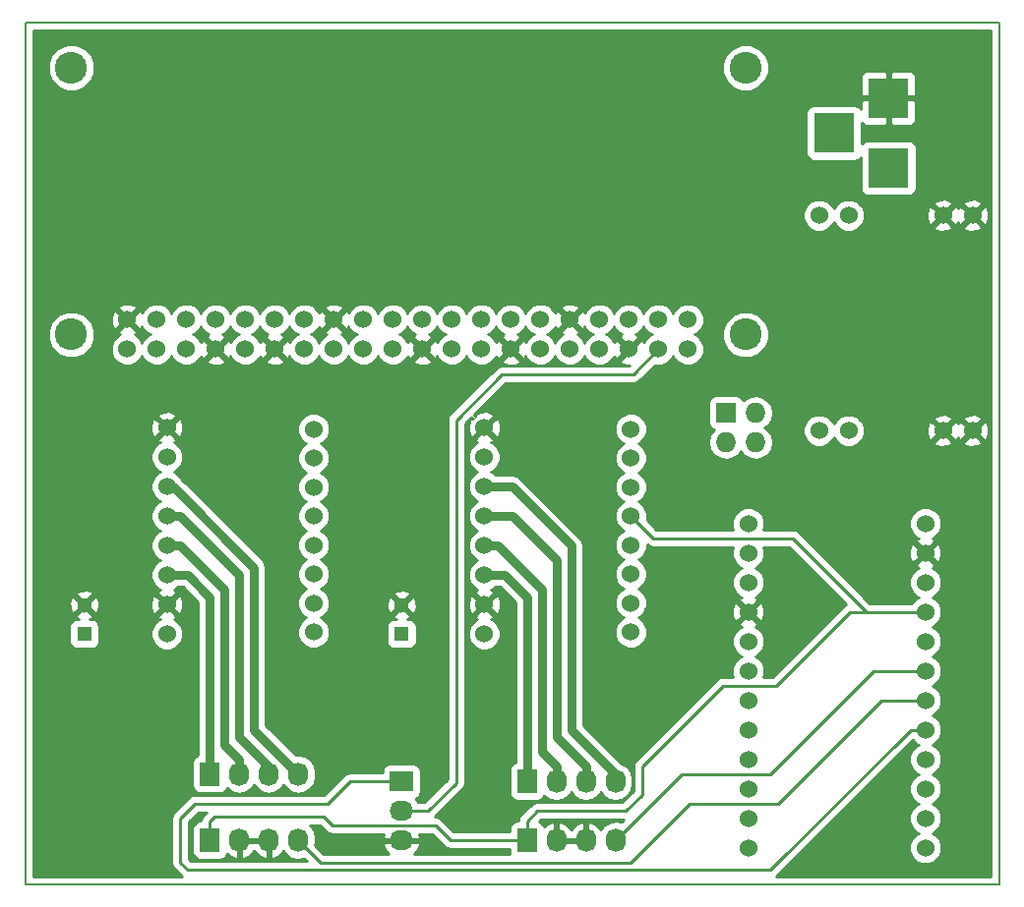
<source format=gbr>
G04 #@! TF.FileFunction,Copper,L2,Bot,Signal*
%FSLAX46Y46*%
G04 Gerber Fmt 4.6, Leading zero omitted, Abs format (unit mm)*
G04 Created by KiCad (PCBNEW 4.0.2-stable) date 13/03/2016 19:14:25*
%MOMM*%
G01*
G04 APERTURE LIST*
%ADD10C,0.100000*%
%ADD11C,0.150000*%
%ADD12C,1.300000*%
%ADD13R,1.300000X1.300000*%
%ADD14R,3.500120X3.500120*%
%ADD15R,2.032000X1.727200*%
%ADD16O,2.032000X1.727200*%
%ADD17R,1.727200X2.032000*%
%ADD18O,1.727200X2.032000*%
%ADD19R,1.727200X1.727200*%
%ADD20O,1.727200X1.727200*%
%ADD21C,1.524000*%
%ADD22C,2.750000*%
%ADD23C,0.250000*%
%ADD24C,0.750000*%
%ADD25C,0.254000*%
G04 APERTURE END LIST*
D10*
D11*
X177165000Y-64135000D02*
X177165000Y-138430000D01*
X177165000Y-64135000D02*
X93345000Y-64135000D01*
X172720000Y-138430000D02*
X177165000Y-138430000D01*
X93345000Y-138430000D02*
X172720000Y-138430000D01*
X93345000Y-64135000D02*
X93345000Y-138430000D01*
D12*
X98425000Y-114340000D03*
D13*
X98425000Y-116840000D03*
D12*
X125730000Y-114340000D03*
D13*
X125730000Y-116840000D03*
D14*
X167640000Y-76685140D03*
X167640000Y-70685660D03*
X162941000Y-73685400D03*
D15*
X125730000Y-129540000D03*
D16*
X125730000Y-132080000D03*
X125730000Y-134620000D03*
D17*
X109220000Y-134620000D03*
D18*
X111760000Y-134620000D03*
X114300000Y-134620000D03*
X116840000Y-134620000D03*
D17*
X136525000Y-134620000D03*
D18*
X139065000Y-134620000D03*
X141605000Y-134620000D03*
X144145000Y-134620000D03*
D17*
X109220000Y-128905000D03*
D18*
X111760000Y-128905000D03*
X114300000Y-128905000D03*
X116840000Y-128905000D03*
D17*
X136525000Y-129540000D03*
D18*
X139065000Y-129540000D03*
X141605000Y-129540000D03*
X144145000Y-129540000D03*
D19*
X153670000Y-97790000D03*
D20*
X156210000Y-97790000D03*
X153670000Y-100330000D03*
X156210000Y-100330000D03*
D21*
X150389001Y-89771000D03*
X150389001Y-92311000D03*
X147849001Y-89771000D03*
X147849001Y-92311000D03*
X145309001Y-89771000D03*
X145309001Y-92311000D03*
X142769001Y-89771000D03*
X142769001Y-92311000D03*
X140229001Y-89771000D03*
X140229001Y-92311000D03*
X137689001Y-89771000D03*
X137689001Y-92311000D03*
X135149001Y-89771000D03*
X135149001Y-92311000D03*
X132609001Y-89771000D03*
X132609001Y-92311000D03*
X130069001Y-89771000D03*
X130069001Y-92311000D03*
X127529001Y-89771000D03*
X127529001Y-92311000D03*
X124989001Y-89771000D03*
X124989001Y-92311000D03*
X122449001Y-89771000D03*
X122449001Y-92311000D03*
X119909001Y-89771000D03*
X119909001Y-92311000D03*
X117369001Y-89771000D03*
X117369001Y-92311000D03*
X114829001Y-89771000D03*
X114829001Y-92311000D03*
X112289001Y-89771000D03*
X112289001Y-92311000D03*
X109749001Y-89771000D03*
X109749001Y-92311000D03*
X107209001Y-89771000D03*
X107209001Y-92311000D03*
X104669001Y-89771000D03*
X104669001Y-92311000D03*
X102129001Y-89771000D03*
X102129001Y-92311000D03*
D22*
X155342001Y-91041000D03*
X97303001Y-91041000D03*
X155342001Y-68054000D03*
X97303001Y-68054000D03*
D21*
X155575000Y-107315000D03*
X155575000Y-109855000D03*
X155575000Y-112395000D03*
X155575000Y-114935000D03*
X155575000Y-117475000D03*
X155575000Y-120015000D03*
X155575000Y-122555000D03*
X155575000Y-125095000D03*
X155575000Y-127635000D03*
X155575000Y-130175000D03*
X155575000Y-132715000D03*
X155575000Y-135255000D03*
X170815000Y-135255000D03*
X170815000Y-132715000D03*
X170815000Y-130175000D03*
X170815000Y-127635000D03*
X170815000Y-125095000D03*
X170815000Y-122555000D03*
X170815000Y-120015000D03*
X170815000Y-117475000D03*
X170815000Y-114935000D03*
X170815000Y-112395000D03*
X170815000Y-109855000D03*
X170815000Y-107315000D03*
X105537000Y-99060000D03*
X105537000Y-101600000D03*
X105537000Y-104140000D03*
X105537000Y-106680000D03*
X105537000Y-109220000D03*
X105537000Y-111760000D03*
X105537000Y-114300000D03*
X105537000Y-116840000D03*
X118157000Y-116680000D03*
X118157000Y-114180000D03*
X118157000Y-111680000D03*
X118157000Y-109180000D03*
X118157000Y-106680000D03*
X118157000Y-104180000D03*
X118157000Y-101680000D03*
X118157000Y-99180000D03*
X132842000Y-99060000D03*
X132842000Y-101600000D03*
X132842000Y-104140000D03*
X132842000Y-106680000D03*
X132842000Y-109220000D03*
X132842000Y-111760000D03*
X132842000Y-114300000D03*
X132842000Y-116840000D03*
X145462000Y-116680000D03*
X145462000Y-114180000D03*
X145462000Y-111680000D03*
X145462000Y-109180000D03*
X145462000Y-106680000D03*
X145462000Y-104180000D03*
X145462000Y-101680000D03*
X145462000Y-99180000D03*
X174879000Y-80772000D03*
X172339000Y-80772000D03*
X164211000Y-80772000D03*
X161671000Y-80772000D03*
X174879000Y-99314000D03*
X172339000Y-99314000D03*
X164211000Y-99314000D03*
X161671000Y-99314000D03*
D23*
X125730000Y-129540000D02*
X121285000Y-129540000D01*
X169545000Y-125095000D02*
X170815000Y-125095000D01*
X157480000Y-137160000D02*
X169545000Y-125095000D01*
X107315000Y-137160000D02*
X157480000Y-137160000D01*
X106680000Y-136525000D02*
X107315000Y-137160000D01*
X106680000Y-132715000D02*
X106680000Y-136525000D01*
X107315000Y-132080000D02*
X106680000Y-132715000D01*
X107950000Y-131445000D02*
X107315000Y-132080000D01*
X119380000Y-131445000D02*
X107950000Y-131445000D01*
X121285000Y-129540000D02*
X119380000Y-131445000D01*
X125730000Y-132080000D02*
X128016000Y-132080000D01*
X145672001Y-94488000D02*
X147849001Y-92311000D01*
X134366000Y-94488000D02*
X145672001Y-94488000D01*
X130429000Y-98425000D02*
X134366000Y-94488000D01*
X130429000Y-129667000D02*
X130429000Y-98425000D01*
X128016000Y-132080000D02*
X130429000Y-129667000D01*
X125095000Y-132080000D02*
X125730000Y-132080000D01*
X170815000Y-122555000D02*
X167005000Y-122555000D01*
X118745000Y-136525000D02*
X116840000Y-134620000D01*
X145415000Y-136525000D02*
X118745000Y-136525000D01*
X150495000Y-131445000D02*
X145415000Y-136525000D01*
X158115000Y-131445000D02*
X150495000Y-131445000D01*
X167005000Y-122555000D02*
X158115000Y-131445000D01*
X170815000Y-120015000D02*
X166370000Y-120015000D01*
X149860000Y-128905000D02*
X144145000Y-134620000D01*
X157480000Y-128905000D02*
X149860000Y-128905000D01*
X166370000Y-120015000D02*
X157480000Y-128905000D01*
D24*
X105537000Y-111760000D02*
X107315000Y-111760000D01*
X109220000Y-113665000D02*
X109220000Y-128905000D01*
X107315000Y-111760000D02*
X109220000Y-113665000D01*
X111760000Y-128905000D02*
X111760000Y-127635000D01*
X106680000Y-109220000D02*
X105537000Y-109220000D01*
X110490000Y-113030000D02*
X106680000Y-109220000D01*
X110490000Y-126365000D02*
X110490000Y-113030000D01*
X111760000Y-127635000D02*
X110490000Y-126365000D01*
X114300000Y-128905000D02*
X114300000Y-128270000D01*
X114300000Y-128270000D02*
X111760000Y-125730000D01*
X111760000Y-125730000D02*
X111760000Y-111760000D01*
X111760000Y-111760000D02*
X106680000Y-106680000D01*
X106680000Y-106680000D02*
X105537000Y-106680000D01*
X116840000Y-128905000D02*
X113030000Y-125095000D01*
X113030000Y-111125000D02*
X106045000Y-104140000D01*
X113030000Y-125095000D02*
X113030000Y-111125000D01*
X106045000Y-104140000D02*
X105537000Y-104140000D01*
X136525000Y-129540000D02*
X136525000Y-113665000D01*
X134620000Y-111760000D02*
X132842000Y-111760000D01*
X136525000Y-113665000D02*
X134620000Y-111760000D01*
X139065000Y-129540000D02*
X139065000Y-128270000D01*
X133985000Y-109220000D02*
X132842000Y-109220000D01*
X137795000Y-113030000D02*
X133985000Y-109220000D01*
X137795000Y-127000000D02*
X137795000Y-113030000D01*
X139065000Y-128270000D02*
X137795000Y-127000000D01*
X141605000Y-129540000D02*
X141605000Y-128270000D01*
X135255000Y-106680000D02*
X132842000Y-106680000D01*
X139065000Y-110490000D02*
X135255000Y-106680000D01*
X139065000Y-125730000D02*
X139065000Y-110490000D01*
X141605000Y-128270000D02*
X139065000Y-125730000D01*
X144145000Y-129540000D02*
X144145000Y-128905000D01*
X144145000Y-128905000D02*
X140335000Y-125095000D01*
X140335000Y-125095000D02*
X140335000Y-109220000D01*
X140335000Y-109220000D02*
X135255000Y-104140000D01*
X135255000Y-104140000D02*
X132842000Y-104140000D01*
D23*
X165735000Y-114935000D02*
X164338000Y-114935000D01*
X136525000Y-132969000D02*
X136525000Y-134620000D01*
X137414000Y-132080000D02*
X136525000Y-132969000D01*
X145034000Y-132080000D02*
X137414000Y-132080000D01*
X146431000Y-130683000D02*
X145034000Y-132080000D01*
X146431000Y-128270000D02*
X146431000Y-130683000D01*
X153416000Y-121285000D02*
X146431000Y-128270000D01*
X157988000Y-121285000D02*
X153416000Y-121285000D01*
X164338000Y-114935000D02*
X157988000Y-121285000D01*
X136525000Y-134620000D02*
X129921000Y-134620000D01*
X129921000Y-134620000D02*
X128651000Y-133350000D01*
X128651000Y-133350000D02*
X119761000Y-133350000D01*
X119761000Y-133350000D02*
X118999000Y-132588000D01*
X118999000Y-132588000D02*
X109601000Y-132588000D01*
X109601000Y-132588000D02*
X109220000Y-132969000D01*
X109220000Y-132969000D02*
X109220000Y-134620000D01*
X109220000Y-134620000D02*
X109220000Y-133731000D01*
X170815000Y-114935000D02*
X165735000Y-114935000D01*
X147367000Y-108585000D02*
X145462000Y-106680000D01*
X159385000Y-108585000D02*
X147367000Y-108585000D01*
X165735000Y-114935000D02*
X159385000Y-108585000D01*
X136525000Y-134620000D02*
X135890000Y-134620000D01*
X118157000Y-106680000D02*
X117475000Y-106680000D01*
D25*
G36*
X176455000Y-137720000D02*
X157983579Y-137720000D01*
X158017401Y-137697401D01*
X169729657Y-125985145D01*
X170022630Y-126278629D01*
X170230512Y-126364949D01*
X170024697Y-126449990D01*
X169631371Y-126842630D01*
X169418243Y-127355900D01*
X169417758Y-127911661D01*
X169629990Y-128425303D01*
X170022630Y-128818629D01*
X170230512Y-128904949D01*
X170024697Y-128989990D01*
X169631371Y-129382630D01*
X169418243Y-129895900D01*
X169417758Y-130451661D01*
X169629990Y-130965303D01*
X170022630Y-131358629D01*
X170230512Y-131444949D01*
X170024697Y-131529990D01*
X169631371Y-131922630D01*
X169418243Y-132435900D01*
X169417758Y-132991661D01*
X169629990Y-133505303D01*
X170022630Y-133898629D01*
X170230512Y-133984949D01*
X170024697Y-134069990D01*
X169631371Y-134462630D01*
X169418243Y-134975900D01*
X169417758Y-135531661D01*
X169629990Y-136045303D01*
X170022630Y-136438629D01*
X170535900Y-136651757D01*
X171091661Y-136652242D01*
X171605303Y-136440010D01*
X171998629Y-136047370D01*
X172211757Y-135534100D01*
X172212242Y-134978339D01*
X172000010Y-134464697D01*
X171607370Y-134071371D01*
X171399488Y-133985051D01*
X171605303Y-133900010D01*
X171998629Y-133507370D01*
X172211757Y-132994100D01*
X172212242Y-132438339D01*
X172000010Y-131924697D01*
X171607370Y-131531371D01*
X171399488Y-131445051D01*
X171605303Y-131360010D01*
X171998629Y-130967370D01*
X172211757Y-130454100D01*
X172212242Y-129898339D01*
X172000010Y-129384697D01*
X171607370Y-128991371D01*
X171399488Y-128905051D01*
X171605303Y-128820010D01*
X171998629Y-128427370D01*
X172211757Y-127914100D01*
X172212242Y-127358339D01*
X172000010Y-126844697D01*
X171607370Y-126451371D01*
X171399488Y-126365051D01*
X171605303Y-126280010D01*
X171998629Y-125887370D01*
X172211757Y-125374100D01*
X172212242Y-124818339D01*
X172000010Y-124304697D01*
X171607370Y-123911371D01*
X171399488Y-123825051D01*
X171605303Y-123740010D01*
X171998629Y-123347370D01*
X172211757Y-122834100D01*
X172212242Y-122278339D01*
X172000010Y-121764697D01*
X171607370Y-121371371D01*
X171399488Y-121285051D01*
X171605303Y-121200010D01*
X171998629Y-120807370D01*
X172211757Y-120294100D01*
X172212242Y-119738339D01*
X172000010Y-119224697D01*
X171607370Y-118831371D01*
X171399488Y-118745051D01*
X171605303Y-118660010D01*
X171998629Y-118267370D01*
X172211757Y-117754100D01*
X172212242Y-117198339D01*
X172000010Y-116684697D01*
X171607370Y-116291371D01*
X171399488Y-116205051D01*
X171605303Y-116120010D01*
X171998629Y-115727370D01*
X172211757Y-115214100D01*
X172212242Y-114658339D01*
X172000010Y-114144697D01*
X171607370Y-113751371D01*
X171399488Y-113665051D01*
X171605303Y-113580010D01*
X171998629Y-113187370D01*
X172211757Y-112674100D01*
X172212242Y-112118339D01*
X172000010Y-111604697D01*
X171607370Y-111211371D01*
X171415273Y-111131605D01*
X171546143Y-111077397D01*
X171615608Y-110835213D01*
X170815000Y-110034605D01*
X170014392Y-110835213D01*
X170083857Y-111077397D01*
X170224318Y-111127509D01*
X170024697Y-111209990D01*
X169631371Y-111602630D01*
X169418243Y-112115900D01*
X169417758Y-112671661D01*
X169629990Y-113185303D01*
X170022630Y-113578629D01*
X170230512Y-113664949D01*
X170024697Y-113749990D01*
X169631371Y-114142630D01*
X169617930Y-114175000D01*
X166049802Y-114175000D01*
X161522104Y-109647302D01*
X169405856Y-109647302D01*
X169433638Y-110202368D01*
X169592603Y-110586143D01*
X169834787Y-110655608D01*
X170635395Y-109855000D01*
X170994605Y-109855000D01*
X171795213Y-110655608D01*
X172037397Y-110586143D01*
X172224144Y-110062698D01*
X172196362Y-109507632D01*
X172037397Y-109123857D01*
X171795213Y-109054392D01*
X170994605Y-109855000D01*
X170635395Y-109855000D01*
X169834787Y-109054392D01*
X169592603Y-109123857D01*
X169405856Y-109647302D01*
X161522104Y-109647302D01*
X159922401Y-108047599D01*
X159675839Y-107882852D01*
X159385000Y-107825000D01*
X156875879Y-107825000D01*
X156971757Y-107594100D01*
X156971759Y-107591661D01*
X169417758Y-107591661D01*
X169629990Y-108105303D01*
X170022630Y-108498629D01*
X170214727Y-108578395D01*
X170083857Y-108632603D01*
X170014392Y-108874787D01*
X170815000Y-109675395D01*
X171615608Y-108874787D01*
X171546143Y-108632603D01*
X171405682Y-108582491D01*
X171605303Y-108500010D01*
X171998629Y-108107370D01*
X172211757Y-107594100D01*
X172212242Y-107038339D01*
X172000010Y-106524697D01*
X171607370Y-106131371D01*
X171094100Y-105918243D01*
X170538339Y-105917758D01*
X170024697Y-106129990D01*
X169631371Y-106522630D01*
X169418243Y-107035900D01*
X169417758Y-107591661D01*
X156971759Y-107591661D01*
X156972242Y-107038339D01*
X156760010Y-106524697D01*
X156367370Y-106131371D01*
X155854100Y-105918243D01*
X155298339Y-105917758D01*
X154784697Y-106129990D01*
X154391371Y-106522630D01*
X154178243Y-107035900D01*
X154177758Y-107591661D01*
X154274171Y-107825000D01*
X147681802Y-107825000D01*
X146846183Y-106989381D01*
X146858757Y-106959100D01*
X146859242Y-106403339D01*
X146647010Y-105889697D01*
X146254370Y-105496371D01*
X146094772Y-105430100D01*
X146252303Y-105365010D01*
X146645629Y-104972370D01*
X146858757Y-104459100D01*
X146859242Y-103903339D01*
X146647010Y-103389697D01*
X146254370Y-102996371D01*
X146094772Y-102930100D01*
X146252303Y-102865010D01*
X146645629Y-102472370D01*
X146858757Y-101959100D01*
X146859242Y-101403339D01*
X146647010Y-100889697D01*
X146254370Y-100496371D01*
X146094772Y-100430100D01*
X146252303Y-100365010D01*
X146287374Y-100330000D01*
X152142041Y-100330000D01*
X152256115Y-100903489D01*
X152580971Y-101389670D01*
X153067152Y-101714526D01*
X153640641Y-101828600D01*
X153699359Y-101828600D01*
X154272848Y-101714526D01*
X154759029Y-101389670D01*
X154940000Y-101118828D01*
X155120971Y-101389670D01*
X155607152Y-101714526D01*
X156180641Y-101828600D01*
X156239359Y-101828600D01*
X156812848Y-101714526D01*
X157299029Y-101389670D01*
X157623885Y-100903489D01*
X157737959Y-100330000D01*
X157623885Y-99756511D01*
X157513068Y-99590661D01*
X160273758Y-99590661D01*
X160485990Y-100104303D01*
X160878630Y-100497629D01*
X161391900Y-100710757D01*
X161947661Y-100711242D01*
X162461303Y-100499010D01*
X162854629Y-100106370D01*
X162940949Y-99898488D01*
X163025990Y-100104303D01*
X163418630Y-100497629D01*
X163931900Y-100710757D01*
X164487661Y-100711242D01*
X165001303Y-100499010D01*
X165206457Y-100294213D01*
X171538392Y-100294213D01*
X171607857Y-100536397D01*
X172131302Y-100723144D01*
X172686368Y-100695362D01*
X173070143Y-100536397D01*
X173139608Y-100294213D01*
X174078392Y-100294213D01*
X174147857Y-100536397D01*
X174671302Y-100723144D01*
X175226368Y-100695362D01*
X175610143Y-100536397D01*
X175679608Y-100294213D01*
X174879000Y-99493605D01*
X174078392Y-100294213D01*
X173139608Y-100294213D01*
X172339000Y-99493605D01*
X171538392Y-100294213D01*
X165206457Y-100294213D01*
X165394629Y-100106370D01*
X165607757Y-99593100D01*
X165608181Y-99106302D01*
X170929856Y-99106302D01*
X170957638Y-99661368D01*
X171116603Y-100045143D01*
X171358787Y-100114608D01*
X172159395Y-99314000D01*
X172518605Y-99314000D01*
X173319213Y-100114608D01*
X173561397Y-100045143D01*
X173605453Y-99921656D01*
X173656603Y-100045143D01*
X173898787Y-100114608D01*
X174699395Y-99314000D01*
X175058605Y-99314000D01*
X175859213Y-100114608D01*
X176101397Y-100045143D01*
X176288144Y-99521698D01*
X176260362Y-98966632D01*
X176101397Y-98582857D01*
X175859213Y-98513392D01*
X175058605Y-99314000D01*
X174699395Y-99314000D01*
X173898787Y-98513392D01*
X173656603Y-98582857D01*
X173612547Y-98706344D01*
X173561397Y-98582857D01*
X173319213Y-98513392D01*
X172518605Y-99314000D01*
X172159395Y-99314000D01*
X171358787Y-98513392D01*
X171116603Y-98582857D01*
X170929856Y-99106302D01*
X165608181Y-99106302D01*
X165608242Y-99037339D01*
X165396010Y-98523697D01*
X165206432Y-98333787D01*
X171538392Y-98333787D01*
X172339000Y-99134395D01*
X173139608Y-98333787D01*
X174078392Y-98333787D01*
X174879000Y-99134395D01*
X175679608Y-98333787D01*
X175610143Y-98091603D01*
X175086698Y-97904856D01*
X174531632Y-97932638D01*
X174147857Y-98091603D01*
X174078392Y-98333787D01*
X173139608Y-98333787D01*
X173070143Y-98091603D01*
X172546698Y-97904856D01*
X171991632Y-97932638D01*
X171607857Y-98091603D01*
X171538392Y-98333787D01*
X165206432Y-98333787D01*
X165003370Y-98130371D01*
X164490100Y-97917243D01*
X163934339Y-97916758D01*
X163420697Y-98128990D01*
X163027371Y-98521630D01*
X162941051Y-98729512D01*
X162856010Y-98523697D01*
X162463370Y-98130371D01*
X161950100Y-97917243D01*
X161394339Y-97916758D01*
X160880697Y-98128990D01*
X160487371Y-98521630D01*
X160274243Y-99034900D01*
X160273758Y-99590661D01*
X157513068Y-99590661D01*
X157299029Y-99270330D01*
X156984248Y-99060000D01*
X157299029Y-98849670D01*
X157623885Y-98363489D01*
X157737959Y-97790000D01*
X157623885Y-97216511D01*
X157299029Y-96730330D01*
X156812848Y-96405474D01*
X156239359Y-96291400D01*
X156180641Y-96291400D01*
X155607152Y-96405474D01*
X155141558Y-96716574D01*
X155136762Y-96691083D01*
X154997690Y-96474959D01*
X154785490Y-96329969D01*
X154533600Y-96278960D01*
X152806400Y-96278960D01*
X152571083Y-96323238D01*
X152354959Y-96462310D01*
X152209969Y-96674510D01*
X152158960Y-96926400D01*
X152158960Y-98653600D01*
X152203238Y-98888917D01*
X152342310Y-99105041D01*
X152554510Y-99250031D01*
X152598131Y-99258864D01*
X152580971Y-99270330D01*
X152256115Y-99756511D01*
X152142041Y-100330000D01*
X146287374Y-100330000D01*
X146645629Y-99972370D01*
X146858757Y-99459100D01*
X146859242Y-98903339D01*
X146647010Y-98389697D01*
X146254370Y-97996371D01*
X145741100Y-97783243D01*
X145185339Y-97782758D01*
X144671697Y-97994990D01*
X144278371Y-98387630D01*
X144065243Y-98900900D01*
X144064758Y-99456661D01*
X144276990Y-99970303D01*
X144669630Y-100363629D01*
X144829228Y-100429900D01*
X144671697Y-100494990D01*
X144278371Y-100887630D01*
X144065243Y-101400900D01*
X144064758Y-101956661D01*
X144276990Y-102470303D01*
X144669630Y-102863629D01*
X144829228Y-102929900D01*
X144671697Y-102994990D01*
X144278371Y-103387630D01*
X144065243Y-103900900D01*
X144064758Y-104456661D01*
X144276990Y-104970303D01*
X144669630Y-105363629D01*
X144829228Y-105429900D01*
X144671697Y-105494990D01*
X144278371Y-105887630D01*
X144065243Y-106400900D01*
X144064758Y-106956661D01*
X144276990Y-107470303D01*
X144669630Y-107863629D01*
X144829228Y-107929900D01*
X144671697Y-107994990D01*
X144278371Y-108387630D01*
X144065243Y-108900900D01*
X144064758Y-109456661D01*
X144276990Y-109970303D01*
X144669630Y-110363629D01*
X144829228Y-110429900D01*
X144671697Y-110494990D01*
X144278371Y-110887630D01*
X144065243Y-111400900D01*
X144064758Y-111956661D01*
X144276990Y-112470303D01*
X144669630Y-112863629D01*
X144829228Y-112929900D01*
X144671697Y-112994990D01*
X144278371Y-113387630D01*
X144065243Y-113900900D01*
X144064758Y-114456661D01*
X144276990Y-114970303D01*
X144669630Y-115363629D01*
X144829228Y-115429900D01*
X144671697Y-115494990D01*
X144278371Y-115887630D01*
X144065243Y-116400900D01*
X144064758Y-116956661D01*
X144276990Y-117470303D01*
X144669630Y-117863629D01*
X145182900Y-118076757D01*
X145738661Y-118077242D01*
X146252303Y-117865010D01*
X146645629Y-117472370D01*
X146858757Y-116959100D01*
X146859242Y-116403339D01*
X146647010Y-115889697D01*
X146254370Y-115496371D01*
X146094772Y-115430100D01*
X146252303Y-115365010D01*
X146645629Y-114972370D01*
X146747389Y-114727302D01*
X154165856Y-114727302D01*
X154193638Y-115282368D01*
X154352603Y-115666143D01*
X154594787Y-115735608D01*
X155395395Y-114935000D01*
X155754605Y-114935000D01*
X156555213Y-115735608D01*
X156797397Y-115666143D01*
X156984144Y-115142698D01*
X156956362Y-114587632D01*
X156797397Y-114203857D01*
X156555213Y-114134392D01*
X155754605Y-114935000D01*
X155395395Y-114935000D01*
X154594787Y-114134392D01*
X154352603Y-114203857D01*
X154165856Y-114727302D01*
X146747389Y-114727302D01*
X146858757Y-114459100D01*
X146859242Y-113903339D01*
X146647010Y-113389697D01*
X146254370Y-112996371D01*
X146094772Y-112930100D01*
X146252303Y-112865010D01*
X146645629Y-112472370D01*
X146858757Y-111959100D01*
X146859242Y-111403339D01*
X146647010Y-110889697D01*
X146254370Y-110496371D01*
X146094772Y-110430100D01*
X146252303Y-110365010D01*
X146645629Y-109972370D01*
X146858757Y-109459100D01*
X146859034Y-109142069D01*
X147076161Y-109287148D01*
X147367000Y-109345000D01*
X154274121Y-109345000D01*
X154178243Y-109575900D01*
X154177758Y-110131661D01*
X154389990Y-110645303D01*
X154782630Y-111038629D01*
X154990512Y-111124949D01*
X154784697Y-111209990D01*
X154391371Y-111602630D01*
X154178243Y-112115900D01*
X154177758Y-112671661D01*
X154389990Y-113185303D01*
X154782630Y-113578629D01*
X154974727Y-113658395D01*
X154843857Y-113712603D01*
X154774392Y-113954787D01*
X155575000Y-114755395D01*
X156375608Y-113954787D01*
X156306143Y-113712603D01*
X156165682Y-113662491D01*
X156365303Y-113580010D01*
X156758629Y-113187370D01*
X156971757Y-112674100D01*
X156972242Y-112118339D01*
X156760010Y-111604697D01*
X156367370Y-111211371D01*
X156159488Y-111125051D01*
X156365303Y-111040010D01*
X156758629Y-110647370D01*
X156971757Y-110134100D01*
X156972242Y-109578339D01*
X156875829Y-109345000D01*
X159070198Y-109345000D01*
X163993743Y-114268545D01*
X163800599Y-114397599D01*
X157673198Y-120525000D01*
X156875879Y-120525000D01*
X156971757Y-120294100D01*
X156972242Y-119738339D01*
X156760010Y-119224697D01*
X156367370Y-118831371D01*
X156159488Y-118745051D01*
X156365303Y-118660010D01*
X156758629Y-118267370D01*
X156971757Y-117754100D01*
X156972242Y-117198339D01*
X156760010Y-116684697D01*
X156367370Y-116291371D01*
X156175273Y-116211605D01*
X156306143Y-116157397D01*
X156375608Y-115915213D01*
X155575000Y-115114605D01*
X154774392Y-115915213D01*
X154843857Y-116157397D01*
X154984318Y-116207509D01*
X154784697Y-116289990D01*
X154391371Y-116682630D01*
X154178243Y-117195900D01*
X154177758Y-117751661D01*
X154389990Y-118265303D01*
X154782630Y-118658629D01*
X154990512Y-118744949D01*
X154784697Y-118829990D01*
X154391371Y-119222630D01*
X154178243Y-119735900D01*
X154177758Y-120291661D01*
X154274171Y-120525000D01*
X153416000Y-120525000D01*
X153125161Y-120582852D01*
X152878599Y-120747599D01*
X145893599Y-127732599D01*
X145728852Y-127979161D01*
X145671000Y-128270000D01*
X145671000Y-130368198D01*
X144719198Y-131320000D01*
X137414000Y-131320000D01*
X137123161Y-131377852D01*
X136876599Y-131542599D01*
X135987599Y-132431599D01*
X135822852Y-132678161D01*
X135767474Y-132956560D01*
X135661400Y-132956560D01*
X135426083Y-133000838D01*
X135209959Y-133139910D01*
X135064969Y-133352110D01*
X135013960Y-133604000D01*
X135013960Y-133860000D01*
X130235802Y-133860000D01*
X129188401Y-132812599D01*
X128941839Y-132647852D01*
X128651000Y-132590000D01*
X128580802Y-132590000D01*
X130966401Y-130204401D01*
X131131148Y-129957840D01*
X131189000Y-129667000D01*
X131189000Y-117116661D01*
X131444758Y-117116661D01*
X131656990Y-117630303D01*
X132049630Y-118023629D01*
X132562900Y-118236757D01*
X133118661Y-118237242D01*
X133632303Y-118025010D01*
X134025629Y-117632370D01*
X134238757Y-117119100D01*
X134239242Y-116563339D01*
X134027010Y-116049697D01*
X133634370Y-115656371D01*
X133442273Y-115576605D01*
X133573143Y-115522397D01*
X133642608Y-115280213D01*
X132842000Y-114479605D01*
X132041392Y-115280213D01*
X132110857Y-115522397D01*
X132251318Y-115572509D01*
X132051697Y-115654990D01*
X131658371Y-116047630D01*
X131445243Y-116560900D01*
X131444758Y-117116661D01*
X131189000Y-117116661D01*
X131189000Y-114092302D01*
X131432856Y-114092302D01*
X131460638Y-114647368D01*
X131619603Y-115031143D01*
X131861787Y-115100608D01*
X132662395Y-114300000D01*
X133021605Y-114300000D01*
X133822213Y-115100608D01*
X134064397Y-115031143D01*
X134251144Y-114507698D01*
X134223362Y-113952632D01*
X134064397Y-113568857D01*
X133822213Y-113499392D01*
X133021605Y-114300000D01*
X132662395Y-114300000D01*
X131861787Y-113499392D01*
X131619603Y-113568857D01*
X131432856Y-114092302D01*
X131189000Y-114092302D01*
X131189000Y-101876661D01*
X131444758Y-101876661D01*
X131656990Y-102390303D01*
X132049630Y-102783629D01*
X132257512Y-102869949D01*
X132051697Y-102954990D01*
X131658371Y-103347630D01*
X131445243Y-103860900D01*
X131444758Y-104416661D01*
X131656990Y-104930303D01*
X132049630Y-105323629D01*
X132257512Y-105409949D01*
X132051697Y-105494990D01*
X131658371Y-105887630D01*
X131445243Y-106400900D01*
X131444758Y-106956661D01*
X131656990Y-107470303D01*
X132049630Y-107863629D01*
X132257512Y-107949949D01*
X132051697Y-108034990D01*
X131658371Y-108427630D01*
X131445243Y-108940900D01*
X131444758Y-109496661D01*
X131656990Y-110010303D01*
X132049630Y-110403629D01*
X132257512Y-110489949D01*
X132051697Y-110574990D01*
X131658371Y-110967630D01*
X131445243Y-111480900D01*
X131444758Y-112036661D01*
X131656990Y-112550303D01*
X132049630Y-112943629D01*
X132241727Y-113023395D01*
X132110857Y-113077603D01*
X132041392Y-113319787D01*
X132842000Y-114120395D01*
X133642608Y-113319787D01*
X133573143Y-113077603D01*
X133432682Y-113027491D01*
X133632303Y-112945010D01*
X133807619Y-112770000D01*
X134201644Y-112770000D01*
X135515000Y-114083356D01*
X135515000Y-127904107D01*
X135426083Y-127920838D01*
X135209959Y-128059910D01*
X135064969Y-128272110D01*
X135013960Y-128524000D01*
X135013960Y-130556000D01*
X135058238Y-130791317D01*
X135197310Y-131007441D01*
X135409510Y-131152431D01*
X135661400Y-131203440D01*
X137388600Y-131203440D01*
X137623917Y-131159162D01*
X137840041Y-131020090D01*
X137985031Y-130807890D01*
X137993400Y-130766561D01*
X138005330Y-130784415D01*
X138491511Y-131109271D01*
X139065000Y-131223345D01*
X139638489Y-131109271D01*
X140124670Y-130784415D01*
X140335000Y-130469634D01*
X140545330Y-130784415D01*
X141031511Y-131109271D01*
X141605000Y-131223345D01*
X142178489Y-131109271D01*
X142664670Y-130784415D01*
X142875000Y-130469634D01*
X143085330Y-130784415D01*
X143571511Y-131109271D01*
X144145000Y-131223345D01*
X144718489Y-131109271D01*
X145204670Y-130784415D01*
X145529526Y-130298234D01*
X145643600Y-129724745D01*
X145643600Y-129355255D01*
X145529526Y-128781766D01*
X145204670Y-128295585D01*
X144718489Y-127970729D01*
X144619369Y-127951013D01*
X141345000Y-124676644D01*
X141345000Y-109220000D01*
X141268118Y-108833490D01*
X141049178Y-108505822D01*
X135969178Y-103425822D01*
X135641510Y-103206882D01*
X135255000Y-103130000D01*
X133807696Y-103130000D01*
X133634370Y-102956371D01*
X133426488Y-102870051D01*
X133632303Y-102785010D01*
X134025629Y-102392370D01*
X134238757Y-101879100D01*
X134239242Y-101323339D01*
X134027010Y-100809697D01*
X133634370Y-100416371D01*
X133442273Y-100336605D01*
X133573143Y-100282397D01*
X133642608Y-100040213D01*
X132842000Y-99239605D01*
X132041392Y-100040213D01*
X132110857Y-100282397D01*
X132251318Y-100332509D01*
X132051697Y-100414990D01*
X131658371Y-100807630D01*
X131445243Y-101320900D01*
X131444758Y-101876661D01*
X131189000Y-101876661D01*
X131189000Y-98739802D01*
X131765597Y-98163205D01*
X131861785Y-98259393D01*
X131619603Y-98328857D01*
X131432856Y-98852302D01*
X131460638Y-99407368D01*
X131619603Y-99791143D01*
X131861787Y-99860608D01*
X132662395Y-99060000D01*
X133021605Y-99060000D01*
X133822213Y-99860608D01*
X134064397Y-99791143D01*
X134251144Y-99267698D01*
X134223362Y-98712632D01*
X134064397Y-98328857D01*
X133822213Y-98259392D01*
X133021605Y-99060000D01*
X132662395Y-99060000D01*
X132648253Y-99045858D01*
X132827858Y-98866253D01*
X132842000Y-98880395D01*
X133642608Y-98079787D01*
X133573143Y-97837603D01*
X133049698Y-97650856D01*
X132494632Y-97678638D01*
X132110857Y-97837603D01*
X132041393Y-98079785D01*
X131945205Y-97983597D01*
X134680802Y-95248000D01*
X145672001Y-95248000D01*
X145962840Y-95190148D01*
X146209402Y-95025401D01*
X147539620Y-93695183D01*
X147569901Y-93707757D01*
X148125662Y-93708242D01*
X148639304Y-93496010D01*
X149032630Y-93103370D01*
X149118950Y-92895488D01*
X149203991Y-93101303D01*
X149596631Y-93494629D01*
X150109901Y-93707757D01*
X150665662Y-93708242D01*
X151179304Y-93496010D01*
X151572630Y-93103370D01*
X151785758Y-92590100D01*
X151786243Y-92034339D01*
X151574011Y-91520697D01*
X151492517Y-91439060D01*
X153331653Y-91439060D01*
X153637013Y-92178086D01*
X154201941Y-92744001D01*
X154940433Y-93050650D01*
X155740061Y-93051348D01*
X156479087Y-92745988D01*
X157045002Y-92181060D01*
X157351651Y-91442568D01*
X157352349Y-90642940D01*
X157046989Y-89903914D01*
X156482061Y-89337999D01*
X155743569Y-89031350D01*
X154943941Y-89030652D01*
X154204915Y-89336012D01*
X153639000Y-89900940D01*
X153332351Y-90639432D01*
X153331653Y-91439060D01*
X151492517Y-91439060D01*
X151181371Y-91127371D01*
X150973489Y-91041051D01*
X151179304Y-90956010D01*
X151572630Y-90563370D01*
X151785758Y-90050100D01*
X151786243Y-89494339D01*
X151574011Y-88980697D01*
X151181371Y-88587371D01*
X150668101Y-88374243D01*
X150112340Y-88373758D01*
X149598698Y-88585990D01*
X149205372Y-88978630D01*
X149119052Y-89186512D01*
X149034011Y-88980697D01*
X148641371Y-88587371D01*
X148128101Y-88374243D01*
X147572340Y-88373758D01*
X147058698Y-88585990D01*
X146665372Y-88978630D01*
X146579052Y-89186512D01*
X146494011Y-88980697D01*
X146101371Y-88587371D01*
X145588101Y-88374243D01*
X145032340Y-88373758D01*
X144518698Y-88585990D01*
X144125372Y-88978630D01*
X144039052Y-89186512D01*
X143954011Y-88980697D01*
X143561371Y-88587371D01*
X143048101Y-88374243D01*
X142492340Y-88373758D01*
X141978698Y-88585990D01*
X141585372Y-88978630D01*
X141505606Y-89170727D01*
X141451398Y-89039857D01*
X141209214Y-88970392D01*
X140408606Y-89771000D01*
X141209214Y-90571608D01*
X141451398Y-90502143D01*
X141501510Y-90361682D01*
X141583991Y-90561303D01*
X141976631Y-90954629D01*
X142184513Y-91040949D01*
X141978698Y-91125990D01*
X141585372Y-91518630D01*
X141499052Y-91726512D01*
X141414011Y-91520697D01*
X141021371Y-91127371D01*
X140829274Y-91047605D01*
X140960144Y-90993397D01*
X141029609Y-90751213D01*
X140229001Y-89950605D01*
X139428393Y-90751213D01*
X139497858Y-90993397D01*
X139638319Y-91043509D01*
X139438698Y-91125990D01*
X139045372Y-91518630D01*
X138959052Y-91726512D01*
X138874011Y-91520697D01*
X138481371Y-91127371D01*
X138273489Y-91041051D01*
X138479304Y-90956010D01*
X138872630Y-90563370D01*
X138952396Y-90371273D01*
X139006604Y-90502143D01*
X139248788Y-90571608D01*
X140049396Y-89771000D01*
X139248788Y-88970392D01*
X139006604Y-89039857D01*
X138956492Y-89180318D01*
X138874011Y-88980697D01*
X138684433Y-88790787D01*
X139428393Y-88790787D01*
X140229001Y-89591395D01*
X141029609Y-88790787D01*
X140960144Y-88548603D01*
X140436699Y-88361856D01*
X139881633Y-88389638D01*
X139497858Y-88548603D01*
X139428393Y-88790787D01*
X138684433Y-88790787D01*
X138481371Y-88587371D01*
X137968101Y-88374243D01*
X137412340Y-88373758D01*
X136898698Y-88585990D01*
X136505372Y-88978630D01*
X136419052Y-89186512D01*
X136334011Y-88980697D01*
X135941371Y-88587371D01*
X135428101Y-88374243D01*
X134872340Y-88373758D01*
X134358698Y-88585990D01*
X133965372Y-88978630D01*
X133879052Y-89186512D01*
X133794011Y-88980697D01*
X133401371Y-88587371D01*
X132888101Y-88374243D01*
X132332340Y-88373758D01*
X131818698Y-88585990D01*
X131425372Y-88978630D01*
X131339052Y-89186512D01*
X131254011Y-88980697D01*
X130861371Y-88587371D01*
X130348101Y-88374243D01*
X129792340Y-88373758D01*
X129278698Y-88585990D01*
X128885372Y-88978630D01*
X128799052Y-89186512D01*
X128714011Y-88980697D01*
X128321371Y-88587371D01*
X127808101Y-88374243D01*
X127252340Y-88373758D01*
X126738698Y-88585990D01*
X126345372Y-88978630D01*
X126259052Y-89186512D01*
X126174011Y-88980697D01*
X125781371Y-88587371D01*
X125268101Y-88374243D01*
X124712340Y-88373758D01*
X124198698Y-88585990D01*
X123805372Y-88978630D01*
X123719052Y-89186512D01*
X123634011Y-88980697D01*
X123241371Y-88587371D01*
X122728101Y-88374243D01*
X122172340Y-88373758D01*
X121658698Y-88585990D01*
X121265372Y-88978630D01*
X121185606Y-89170727D01*
X121131398Y-89039857D01*
X120889214Y-88970392D01*
X120088606Y-89771000D01*
X120889214Y-90571608D01*
X121131398Y-90502143D01*
X121181510Y-90361682D01*
X121263991Y-90561303D01*
X121656631Y-90954629D01*
X121864513Y-91040949D01*
X121658698Y-91125990D01*
X121265372Y-91518630D01*
X121179052Y-91726512D01*
X121094011Y-91520697D01*
X120701371Y-91127371D01*
X120509274Y-91047605D01*
X120640144Y-90993397D01*
X120709609Y-90751213D01*
X119909001Y-89950605D01*
X119108393Y-90751213D01*
X119177858Y-90993397D01*
X119318319Y-91043509D01*
X119118698Y-91125990D01*
X118725372Y-91518630D01*
X118639052Y-91726512D01*
X118554011Y-91520697D01*
X118161371Y-91127371D01*
X117953489Y-91041051D01*
X118159304Y-90956010D01*
X118552630Y-90563370D01*
X118632396Y-90371273D01*
X118686604Y-90502143D01*
X118928788Y-90571608D01*
X119729396Y-89771000D01*
X118928788Y-88970392D01*
X118686604Y-89039857D01*
X118636492Y-89180318D01*
X118554011Y-88980697D01*
X118364433Y-88790787D01*
X119108393Y-88790787D01*
X119909001Y-89591395D01*
X120709609Y-88790787D01*
X120640144Y-88548603D01*
X120116699Y-88361856D01*
X119561633Y-88389638D01*
X119177858Y-88548603D01*
X119108393Y-88790787D01*
X118364433Y-88790787D01*
X118161371Y-88587371D01*
X117648101Y-88374243D01*
X117092340Y-88373758D01*
X116578698Y-88585990D01*
X116185372Y-88978630D01*
X116099052Y-89186512D01*
X116014011Y-88980697D01*
X115621371Y-88587371D01*
X115108101Y-88374243D01*
X114552340Y-88373758D01*
X114038698Y-88585990D01*
X113645372Y-88978630D01*
X113559052Y-89186512D01*
X113474011Y-88980697D01*
X113081371Y-88587371D01*
X112568101Y-88374243D01*
X112012340Y-88373758D01*
X111498698Y-88585990D01*
X111105372Y-88978630D01*
X111019052Y-89186512D01*
X110934011Y-88980697D01*
X110541371Y-88587371D01*
X110028101Y-88374243D01*
X109472340Y-88373758D01*
X108958698Y-88585990D01*
X108565372Y-88978630D01*
X108479052Y-89186512D01*
X108394011Y-88980697D01*
X108001371Y-88587371D01*
X107488101Y-88374243D01*
X106932340Y-88373758D01*
X106418698Y-88585990D01*
X106025372Y-88978630D01*
X105939052Y-89186512D01*
X105854011Y-88980697D01*
X105461371Y-88587371D01*
X104948101Y-88374243D01*
X104392340Y-88373758D01*
X103878698Y-88585990D01*
X103485372Y-88978630D01*
X103405606Y-89170727D01*
X103351398Y-89039857D01*
X103109214Y-88970392D01*
X102308606Y-89771000D01*
X103109214Y-90571608D01*
X103351398Y-90502143D01*
X103401510Y-90361682D01*
X103483991Y-90561303D01*
X103876631Y-90954629D01*
X104084513Y-91040949D01*
X103878698Y-91125990D01*
X103485372Y-91518630D01*
X103399052Y-91726512D01*
X103314011Y-91520697D01*
X102921371Y-91127371D01*
X102729274Y-91047605D01*
X102860144Y-90993397D01*
X102929609Y-90751213D01*
X102129001Y-89950605D01*
X101328393Y-90751213D01*
X101397858Y-90993397D01*
X101538319Y-91043509D01*
X101338698Y-91125990D01*
X100945372Y-91518630D01*
X100732244Y-92031900D01*
X100731759Y-92587661D01*
X100943991Y-93101303D01*
X101336631Y-93494629D01*
X101849901Y-93707757D01*
X102405662Y-93708242D01*
X102919304Y-93496010D01*
X103312630Y-93103370D01*
X103398950Y-92895488D01*
X103483991Y-93101303D01*
X103876631Y-93494629D01*
X104389901Y-93707757D01*
X104945662Y-93708242D01*
X105459304Y-93496010D01*
X105852630Y-93103370D01*
X105938950Y-92895488D01*
X106023991Y-93101303D01*
X106416631Y-93494629D01*
X106929901Y-93707757D01*
X107485662Y-93708242D01*
X107999304Y-93496010D01*
X108204458Y-93291213D01*
X108948393Y-93291213D01*
X109017858Y-93533397D01*
X109541303Y-93720144D01*
X110096369Y-93692362D01*
X110480144Y-93533397D01*
X110549609Y-93291213D01*
X109749001Y-92490605D01*
X108948393Y-93291213D01*
X108204458Y-93291213D01*
X108392630Y-93103370D01*
X108472396Y-92911273D01*
X108526604Y-93042143D01*
X108768788Y-93111608D01*
X109569396Y-92311000D01*
X108768788Y-91510392D01*
X108526604Y-91579857D01*
X108476492Y-91720318D01*
X108394011Y-91520697D01*
X108001371Y-91127371D01*
X107793489Y-91041051D01*
X107999304Y-90956010D01*
X108392630Y-90563370D01*
X108478950Y-90355488D01*
X108563991Y-90561303D01*
X108956631Y-90954629D01*
X109148728Y-91034395D01*
X109017858Y-91088603D01*
X108948393Y-91330787D01*
X109749001Y-92131395D01*
X110549609Y-91330787D01*
X110480144Y-91088603D01*
X110339683Y-91038491D01*
X110539304Y-90956010D01*
X110932630Y-90563370D01*
X111018950Y-90355488D01*
X111103991Y-90561303D01*
X111496631Y-90954629D01*
X111704513Y-91040949D01*
X111498698Y-91125990D01*
X111105372Y-91518630D01*
X111025606Y-91710727D01*
X110971398Y-91579857D01*
X110729214Y-91510392D01*
X109928606Y-92311000D01*
X110729214Y-93111608D01*
X110971398Y-93042143D01*
X111021510Y-92901682D01*
X111103991Y-93101303D01*
X111496631Y-93494629D01*
X112009901Y-93707757D01*
X112565662Y-93708242D01*
X113079304Y-93496010D01*
X113284458Y-93291213D01*
X114028393Y-93291213D01*
X114097858Y-93533397D01*
X114621303Y-93720144D01*
X115176369Y-93692362D01*
X115560144Y-93533397D01*
X115629609Y-93291213D01*
X114829001Y-92490605D01*
X114028393Y-93291213D01*
X113284458Y-93291213D01*
X113472630Y-93103370D01*
X113552396Y-92911273D01*
X113606604Y-93042143D01*
X113848788Y-93111608D01*
X114649396Y-92311000D01*
X113848788Y-91510392D01*
X113606604Y-91579857D01*
X113556492Y-91720318D01*
X113474011Y-91520697D01*
X113081371Y-91127371D01*
X112873489Y-91041051D01*
X113079304Y-90956010D01*
X113472630Y-90563370D01*
X113558950Y-90355488D01*
X113643991Y-90561303D01*
X114036631Y-90954629D01*
X114228728Y-91034395D01*
X114097858Y-91088603D01*
X114028393Y-91330787D01*
X114829001Y-92131395D01*
X115629609Y-91330787D01*
X115560144Y-91088603D01*
X115419683Y-91038491D01*
X115619304Y-90956010D01*
X116012630Y-90563370D01*
X116098950Y-90355488D01*
X116183991Y-90561303D01*
X116576631Y-90954629D01*
X116784513Y-91040949D01*
X116578698Y-91125990D01*
X116185372Y-91518630D01*
X116105606Y-91710727D01*
X116051398Y-91579857D01*
X115809214Y-91510392D01*
X115008606Y-92311000D01*
X115809214Y-93111608D01*
X116051398Y-93042143D01*
X116101510Y-92901682D01*
X116183991Y-93101303D01*
X116576631Y-93494629D01*
X117089901Y-93707757D01*
X117645662Y-93708242D01*
X118159304Y-93496010D01*
X118552630Y-93103370D01*
X118638950Y-92895488D01*
X118723991Y-93101303D01*
X119116631Y-93494629D01*
X119629901Y-93707757D01*
X120185662Y-93708242D01*
X120699304Y-93496010D01*
X121092630Y-93103370D01*
X121178950Y-92895488D01*
X121263991Y-93101303D01*
X121656631Y-93494629D01*
X122169901Y-93707757D01*
X122725662Y-93708242D01*
X123239304Y-93496010D01*
X123632630Y-93103370D01*
X123718950Y-92895488D01*
X123803991Y-93101303D01*
X124196631Y-93494629D01*
X124709901Y-93707757D01*
X125265662Y-93708242D01*
X125779304Y-93496010D01*
X125984458Y-93291213D01*
X126728393Y-93291213D01*
X126797858Y-93533397D01*
X127321303Y-93720144D01*
X127876369Y-93692362D01*
X128260144Y-93533397D01*
X128329609Y-93291213D01*
X127529001Y-92490605D01*
X126728393Y-93291213D01*
X125984458Y-93291213D01*
X126172630Y-93103370D01*
X126252396Y-92911273D01*
X126306604Y-93042143D01*
X126548788Y-93111608D01*
X127349396Y-92311000D01*
X126548788Y-91510392D01*
X126306604Y-91579857D01*
X126256492Y-91720318D01*
X126174011Y-91520697D01*
X125781371Y-91127371D01*
X125573489Y-91041051D01*
X125779304Y-90956010D01*
X126172630Y-90563370D01*
X126258950Y-90355488D01*
X126343991Y-90561303D01*
X126736631Y-90954629D01*
X126928728Y-91034395D01*
X126797858Y-91088603D01*
X126728393Y-91330787D01*
X127529001Y-92131395D01*
X128329609Y-91330787D01*
X128260144Y-91088603D01*
X128119683Y-91038491D01*
X128319304Y-90956010D01*
X128712630Y-90563370D01*
X128798950Y-90355488D01*
X128883991Y-90561303D01*
X129276631Y-90954629D01*
X129484513Y-91040949D01*
X129278698Y-91125990D01*
X128885372Y-91518630D01*
X128805606Y-91710727D01*
X128751398Y-91579857D01*
X128509214Y-91510392D01*
X127708606Y-92311000D01*
X128509214Y-93111608D01*
X128751398Y-93042143D01*
X128801510Y-92901682D01*
X128883991Y-93101303D01*
X129276631Y-93494629D01*
X129789901Y-93707757D01*
X130345662Y-93708242D01*
X130859304Y-93496010D01*
X131252630Y-93103370D01*
X131338950Y-92895488D01*
X131423991Y-93101303D01*
X131816631Y-93494629D01*
X132329901Y-93707757D01*
X132885662Y-93708242D01*
X133399304Y-93496010D01*
X133604458Y-93291213D01*
X134348393Y-93291213D01*
X134417858Y-93533397D01*
X134941303Y-93720144D01*
X135496369Y-93692362D01*
X135880144Y-93533397D01*
X135949609Y-93291213D01*
X135149001Y-92490605D01*
X134348393Y-93291213D01*
X133604458Y-93291213D01*
X133792630Y-93103370D01*
X133872396Y-92911273D01*
X133926604Y-93042143D01*
X134168788Y-93111608D01*
X134969396Y-92311000D01*
X134168788Y-91510392D01*
X133926604Y-91579857D01*
X133876492Y-91720318D01*
X133794011Y-91520697D01*
X133401371Y-91127371D01*
X133193489Y-91041051D01*
X133399304Y-90956010D01*
X133792630Y-90563370D01*
X133878950Y-90355488D01*
X133963991Y-90561303D01*
X134356631Y-90954629D01*
X134548728Y-91034395D01*
X134417858Y-91088603D01*
X134348393Y-91330787D01*
X135149001Y-92131395D01*
X135949609Y-91330787D01*
X135880144Y-91088603D01*
X135739683Y-91038491D01*
X135939304Y-90956010D01*
X136332630Y-90563370D01*
X136418950Y-90355488D01*
X136503991Y-90561303D01*
X136896631Y-90954629D01*
X137104513Y-91040949D01*
X136898698Y-91125990D01*
X136505372Y-91518630D01*
X136425606Y-91710727D01*
X136371398Y-91579857D01*
X136129214Y-91510392D01*
X135328606Y-92311000D01*
X136129214Y-93111608D01*
X136371398Y-93042143D01*
X136421510Y-92901682D01*
X136503991Y-93101303D01*
X136896631Y-93494629D01*
X137409901Y-93707757D01*
X137965662Y-93708242D01*
X138479304Y-93496010D01*
X138872630Y-93103370D01*
X138958950Y-92895488D01*
X139043991Y-93101303D01*
X139436631Y-93494629D01*
X139949901Y-93707757D01*
X140505662Y-93708242D01*
X141019304Y-93496010D01*
X141412630Y-93103370D01*
X141498950Y-92895488D01*
X141583991Y-93101303D01*
X141976631Y-93494629D01*
X142489901Y-93707757D01*
X143045662Y-93708242D01*
X143559304Y-93496010D01*
X143952630Y-93103370D01*
X144032396Y-92911273D01*
X144086604Y-93042143D01*
X144328788Y-93111608D01*
X145129396Y-92311000D01*
X144328788Y-91510392D01*
X144086604Y-91579857D01*
X144036492Y-91720318D01*
X143954011Y-91520697D01*
X143561371Y-91127371D01*
X143353489Y-91041051D01*
X143559304Y-90956010D01*
X143952630Y-90563370D01*
X144038950Y-90355488D01*
X144123991Y-90561303D01*
X144516631Y-90954629D01*
X144708728Y-91034395D01*
X144577858Y-91088603D01*
X144508393Y-91330787D01*
X145309001Y-92131395D01*
X146109609Y-91330787D01*
X146040144Y-91088603D01*
X145899683Y-91038491D01*
X146099304Y-90956010D01*
X146492630Y-90563370D01*
X146578950Y-90355488D01*
X146663991Y-90561303D01*
X147056631Y-90954629D01*
X147264513Y-91040949D01*
X147058698Y-91125990D01*
X146665372Y-91518630D01*
X146585606Y-91710727D01*
X146531398Y-91579857D01*
X146289214Y-91510392D01*
X145488606Y-92311000D01*
X145502749Y-92325143D01*
X145323144Y-92504748D01*
X145309001Y-92490605D01*
X144508393Y-93291213D01*
X144577858Y-93533397D01*
X145101303Y-93720144D01*
X145378952Y-93706247D01*
X145357199Y-93728000D01*
X134366000Y-93728000D01*
X134075161Y-93785852D01*
X133828599Y-93950599D01*
X129891599Y-97887599D01*
X129726852Y-98134161D01*
X129669000Y-98425000D01*
X129669000Y-129352198D01*
X127701198Y-131320000D01*
X127174648Y-131320000D01*
X126974415Y-131020330D01*
X126960087Y-131010757D01*
X126981317Y-131006762D01*
X127197441Y-130867690D01*
X127342431Y-130655490D01*
X127393440Y-130403600D01*
X127393440Y-128676400D01*
X127349162Y-128441083D01*
X127210090Y-128224959D01*
X126997890Y-128079969D01*
X126746000Y-128028960D01*
X124714000Y-128028960D01*
X124478683Y-128073238D01*
X124262559Y-128212310D01*
X124117569Y-128424510D01*
X124066560Y-128676400D01*
X124066560Y-128780000D01*
X121285000Y-128780000D01*
X120994161Y-128837852D01*
X120747599Y-129002599D01*
X119065198Y-130685000D01*
X107950000Y-130685000D01*
X107659161Y-130742852D01*
X107412599Y-130907599D01*
X106142599Y-132177599D01*
X105977852Y-132424161D01*
X105920000Y-132715000D01*
X105920000Y-136525000D01*
X105977852Y-136815839D01*
X106142599Y-137062401D01*
X106777599Y-137697401D01*
X106811421Y-137720000D01*
X94055000Y-137720000D01*
X94055000Y-116190000D01*
X97127560Y-116190000D01*
X97127560Y-117490000D01*
X97171838Y-117725317D01*
X97310910Y-117941441D01*
X97523110Y-118086431D01*
X97775000Y-118137440D01*
X99075000Y-118137440D01*
X99310317Y-118093162D01*
X99526441Y-117954090D01*
X99671431Y-117741890D01*
X99722440Y-117490000D01*
X99722440Y-117116661D01*
X104139758Y-117116661D01*
X104351990Y-117630303D01*
X104744630Y-118023629D01*
X105257900Y-118236757D01*
X105813661Y-118237242D01*
X106327303Y-118025010D01*
X106720629Y-117632370D01*
X106933757Y-117119100D01*
X106934242Y-116563339D01*
X106722010Y-116049697D01*
X106329370Y-115656371D01*
X106137273Y-115576605D01*
X106268143Y-115522397D01*
X106337608Y-115280213D01*
X105537000Y-114479605D01*
X104736392Y-115280213D01*
X104805857Y-115522397D01*
X104946318Y-115572509D01*
X104746697Y-115654990D01*
X104353371Y-116047630D01*
X104140243Y-116560900D01*
X104139758Y-117116661D01*
X99722440Y-117116661D01*
X99722440Y-116190000D01*
X99678162Y-115954683D01*
X99539090Y-115738559D01*
X99326890Y-115593569D01*
X99075000Y-115542560D01*
X98912615Y-115542560D01*
X99088729Y-115469611D01*
X99144410Y-115239016D01*
X98425000Y-114519605D01*
X97705590Y-115239016D01*
X97761271Y-115469611D01*
X97970902Y-115542560D01*
X97775000Y-115542560D01*
X97539683Y-115586838D01*
X97323559Y-115725910D01*
X97178569Y-115938110D01*
X97127560Y-116190000D01*
X94055000Y-116190000D01*
X94055000Y-114159078D01*
X97127378Y-114159078D01*
X97156917Y-114669428D01*
X97295389Y-115003729D01*
X97525984Y-115059410D01*
X98245395Y-114340000D01*
X98604605Y-114340000D01*
X99324016Y-115059410D01*
X99554611Y-115003729D01*
X99722622Y-114520922D01*
X99697814Y-114092302D01*
X104127856Y-114092302D01*
X104155638Y-114647368D01*
X104314603Y-115031143D01*
X104556787Y-115100608D01*
X105357395Y-114300000D01*
X105716605Y-114300000D01*
X106517213Y-115100608D01*
X106759397Y-115031143D01*
X106946144Y-114507698D01*
X106918362Y-113952632D01*
X106759397Y-113568857D01*
X106517213Y-113499392D01*
X105716605Y-114300000D01*
X105357395Y-114300000D01*
X104556787Y-113499392D01*
X104314603Y-113568857D01*
X104127856Y-114092302D01*
X99697814Y-114092302D01*
X99693083Y-114010572D01*
X99554611Y-113676271D01*
X99324016Y-113620590D01*
X98604605Y-114340000D01*
X98245395Y-114340000D01*
X97525984Y-113620590D01*
X97295389Y-113676271D01*
X97127378Y-114159078D01*
X94055000Y-114159078D01*
X94055000Y-113440984D01*
X97705590Y-113440984D01*
X98425000Y-114160395D01*
X99144410Y-113440984D01*
X99088729Y-113210389D01*
X98605922Y-113042378D01*
X98095572Y-113071917D01*
X97761271Y-113210389D01*
X97705590Y-113440984D01*
X94055000Y-113440984D01*
X94055000Y-101876661D01*
X104139758Y-101876661D01*
X104351990Y-102390303D01*
X104744630Y-102783629D01*
X104952512Y-102869949D01*
X104746697Y-102954990D01*
X104353371Y-103347630D01*
X104140243Y-103860900D01*
X104139758Y-104416661D01*
X104351990Y-104930303D01*
X104744630Y-105323629D01*
X104952512Y-105409949D01*
X104746697Y-105494990D01*
X104353371Y-105887630D01*
X104140243Y-106400900D01*
X104139758Y-106956661D01*
X104351990Y-107470303D01*
X104744630Y-107863629D01*
X104952512Y-107949949D01*
X104746697Y-108034990D01*
X104353371Y-108427630D01*
X104140243Y-108940900D01*
X104139758Y-109496661D01*
X104351990Y-110010303D01*
X104744630Y-110403629D01*
X104952512Y-110489949D01*
X104746697Y-110574990D01*
X104353371Y-110967630D01*
X104140243Y-111480900D01*
X104139758Y-112036661D01*
X104351990Y-112550303D01*
X104744630Y-112943629D01*
X104936727Y-113023395D01*
X104805857Y-113077603D01*
X104736392Y-113319787D01*
X105537000Y-114120395D01*
X106337608Y-113319787D01*
X106268143Y-113077603D01*
X106127682Y-113027491D01*
X106327303Y-112945010D01*
X106502619Y-112770000D01*
X106896644Y-112770000D01*
X108210000Y-114083356D01*
X108210000Y-127269107D01*
X108121083Y-127285838D01*
X107904959Y-127424910D01*
X107759969Y-127637110D01*
X107708960Y-127889000D01*
X107708960Y-129921000D01*
X107753238Y-130156317D01*
X107892310Y-130372441D01*
X108104510Y-130517431D01*
X108356400Y-130568440D01*
X110083600Y-130568440D01*
X110318917Y-130524162D01*
X110535041Y-130385090D01*
X110680031Y-130172890D01*
X110688400Y-130131561D01*
X110700330Y-130149415D01*
X111186511Y-130474271D01*
X111760000Y-130588345D01*
X112333489Y-130474271D01*
X112819670Y-130149415D01*
X113030000Y-129834634D01*
X113240330Y-130149415D01*
X113726511Y-130474271D01*
X114300000Y-130588345D01*
X114873489Y-130474271D01*
X115359670Y-130149415D01*
X115570000Y-129834634D01*
X115780330Y-130149415D01*
X116266511Y-130474271D01*
X116840000Y-130588345D01*
X117413489Y-130474271D01*
X117899670Y-130149415D01*
X118224526Y-129663234D01*
X118338600Y-129089745D01*
X118338600Y-128720255D01*
X118224526Y-128146766D01*
X117899670Y-127660585D01*
X117413489Y-127335729D01*
X116840000Y-127221655D01*
X116627316Y-127263960D01*
X114040000Y-124676644D01*
X114040000Y-111125000D01*
X113963118Y-110738490D01*
X113744178Y-110410822D01*
X110013356Y-106680000D01*
X116715000Y-106680000D01*
X116759803Y-106905237D01*
X116759758Y-106956661D01*
X116971990Y-107470303D01*
X117364630Y-107863629D01*
X117524228Y-107929900D01*
X117366697Y-107994990D01*
X116973371Y-108387630D01*
X116760243Y-108900900D01*
X116759758Y-109456661D01*
X116971990Y-109970303D01*
X117364630Y-110363629D01*
X117524228Y-110429900D01*
X117366697Y-110494990D01*
X116973371Y-110887630D01*
X116760243Y-111400900D01*
X116759758Y-111956661D01*
X116971990Y-112470303D01*
X117364630Y-112863629D01*
X117524228Y-112929900D01*
X117366697Y-112994990D01*
X116973371Y-113387630D01*
X116760243Y-113900900D01*
X116759758Y-114456661D01*
X116971990Y-114970303D01*
X117364630Y-115363629D01*
X117524228Y-115429900D01*
X117366697Y-115494990D01*
X116973371Y-115887630D01*
X116760243Y-116400900D01*
X116759758Y-116956661D01*
X116971990Y-117470303D01*
X117364630Y-117863629D01*
X117877900Y-118076757D01*
X118433661Y-118077242D01*
X118947303Y-117865010D01*
X119340629Y-117472370D01*
X119553757Y-116959100D01*
X119554242Y-116403339D01*
X119466093Y-116190000D01*
X124432560Y-116190000D01*
X124432560Y-117490000D01*
X124476838Y-117725317D01*
X124615910Y-117941441D01*
X124828110Y-118086431D01*
X125080000Y-118137440D01*
X126380000Y-118137440D01*
X126615317Y-118093162D01*
X126831441Y-117954090D01*
X126976431Y-117741890D01*
X127027440Y-117490000D01*
X127027440Y-116190000D01*
X126983162Y-115954683D01*
X126844090Y-115738559D01*
X126631890Y-115593569D01*
X126380000Y-115542560D01*
X126217615Y-115542560D01*
X126393729Y-115469611D01*
X126449410Y-115239016D01*
X125730000Y-114519605D01*
X125010590Y-115239016D01*
X125066271Y-115469611D01*
X125275902Y-115542560D01*
X125080000Y-115542560D01*
X124844683Y-115586838D01*
X124628559Y-115725910D01*
X124483569Y-115938110D01*
X124432560Y-116190000D01*
X119466093Y-116190000D01*
X119342010Y-115889697D01*
X118949370Y-115496371D01*
X118789772Y-115430100D01*
X118947303Y-115365010D01*
X119340629Y-114972370D01*
X119553757Y-114459100D01*
X119554018Y-114159078D01*
X124432378Y-114159078D01*
X124461917Y-114669428D01*
X124600389Y-115003729D01*
X124830984Y-115059410D01*
X125550395Y-114340000D01*
X125909605Y-114340000D01*
X126629016Y-115059410D01*
X126859611Y-115003729D01*
X127027622Y-114520922D01*
X126998083Y-114010572D01*
X126859611Y-113676271D01*
X126629016Y-113620590D01*
X125909605Y-114340000D01*
X125550395Y-114340000D01*
X124830984Y-113620590D01*
X124600389Y-113676271D01*
X124432378Y-114159078D01*
X119554018Y-114159078D01*
X119554242Y-113903339D01*
X119363202Y-113440984D01*
X125010590Y-113440984D01*
X125730000Y-114160395D01*
X126449410Y-113440984D01*
X126393729Y-113210389D01*
X125910922Y-113042378D01*
X125400572Y-113071917D01*
X125066271Y-113210389D01*
X125010590Y-113440984D01*
X119363202Y-113440984D01*
X119342010Y-113389697D01*
X118949370Y-112996371D01*
X118789772Y-112930100D01*
X118947303Y-112865010D01*
X119340629Y-112472370D01*
X119553757Y-111959100D01*
X119554242Y-111403339D01*
X119342010Y-110889697D01*
X118949370Y-110496371D01*
X118789772Y-110430100D01*
X118947303Y-110365010D01*
X119340629Y-109972370D01*
X119553757Y-109459100D01*
X119554242Y-108903339D01*
X119342010Y-108389697D01*
X118949370Y-107996371D01*
X118789772Y-107930100D01*
X118947303Y-107865010D01*
X119340629Y-107472370D01*
X119553757Y-106959100D01*
X119554242Y-106403339D01*
X119342010Y-105889697D01*
X118949370Y-105496371D01*
X118789772Y-105430100D01*
X118947303Y-105365010D01*
X119340629Y-104972370D01*
X119553757Y-104459100D01*
X119554242Y-103903339D01*
X119342010Y-103389697D01*
X118949370Y-102996371D01*
X118789772Y-102930100D01*
X118947303Y-102865010D01*
X119340629Y-102472370D01*
X119553757Y-101959100D01*
X119554242Y-101403339D01*
X119342010Y-100889697D01*
X118949370Y-100496371D01*
X118789772Y-100430100D01*
X118947303Y-100365010D01*
X119340629Y-99972370D01*
X119553757Y-99459100D01*
X119554242Y-98903339D01*
X119342010Y-98389697D01*
X118949370Y-97996371D01*
X118436100Y-97783243D01*
X117880339Y-97782758D01*
X117366697Y-97994990D01*
X116973371Y-98387630D01*
X116760243Y-98900900D01*
X116759758Y-99456661D01*
X116971990Y-99970303D01*
X117364630Y-100363629D01*
X117524228Y-100429900D01*
X117366697Y-100494990D01*
X116973371Y-100887630D01*
X116760243Y-101400900D01*
X116759758Y-101956661D01*
X116971990Y-102470303D01*
X117364630Y-102863629D01*
X117524228Y-102929900D01*
X117366697Y-102994990D01*
X116973371Y-103387630D01*
X116760243Y-103900900D01*
X116759758Y-104456661D01*
X116971990Y-104970303D01*
X117364630Y-105363629D01*
X117524228Y-105429900D01*
X117366697Y-105494990D01*
X116973371Y-105887630D01*
X116760243Y-106400900D01*
X116760198Y-106452778D01*
X116715000Y-106680000D01*
X110013356Y-106680000D01*
X106759178Y-103425822D01*
X106751285Y-103420548D01*
X106722010Y-103349697D01*
X106329370Y-102956371D01*
X106121488Y-102870051D01*
X106327303Y-102785010D01*
X106720629Y-102392370D01*
X106933757Y-101879100D01*
X106934242Y-101323339D01*
X106722010Y-100809697D01*
X106329370Y-100416371D01*
X106137273Y-100336605D01*
X106268143Y-100282397D01*
X106337608Y-100040213D01*
X105537000Y-99239605D01*
X104736392Y-100040213D01*
X104805857Y-100282397D01*
X104946318Y-100332509D01*
X104746697Y-100414990D01*
X104353371Y-100807630D01*
X104140243Y-101320900D01*
X104139758Y-101876661D01*
X94055000Y-101876661D01*
X94055000Y-98852302D01*
X104127856Y-98852302D01*
X104155638Y-99407368D01*
X104314603Y-99791143D01*
X104556787Y-99860608D01*
X105357395Y-99060000D01*
X105716605Y-99060000D01*
X106517213Y-99860608D01*
X106759397Y-99791143D01*
X106946144Y-99267698D01*
X106918362Y-98712632D01*
X106759397Y-98328857D01*
X106517213Y-98259392D01*
X105716605Y-99060000D01*
X105357395Y-99060000D01*
X104556787Y-98259392D01*
X104314603Y-98328857D01*
X104127856Y-98852302D01*
X94055000Y-98852302D01*
X94055000Y-98079787D01*
X104736392Y-98079787D01*
X105537000Y-98880395D01*
X106337608Y-98079787D01*
X106268143Y-97837603D01*
X105744698Y-97650856D01*
X105189632Y-97678638D01*
X104805857Y-97837603D01*
X104736392Y-98079787D01*
X94055000Y-98079787D01*
X94055000Y-91439060D01*
X95292653Y-91439060D01*
X95598013Y-92178086D01*
X96162941Y-92744001D01*
X96901433Y-93050650D01*
X97701061Y-93051348D01*
X98440087Y-92745988D01*
X99006002Y-92181060D01*
X99312651Y-91442568D01*
X99313349Y-90642940D01*
X99007989Y-89903914D01*
X98667972Y-89563302D01*
X100719857Y-89563302D01*
X100747639Y-90118368D01*
X100906604Y-90502143D01*
X101148788Y-90571608D01*
X101949396Y-89771000D01*
X101148788Y-88970392D01*
X100906604Y-89039857D01*
X100719857Y-89563302D01*
X98667972Y-89563302D01*
X98443061Y-89337999D01*
X97704569Y-89031350D01*
X96904941Y-89030652D01*
X96165915Y-89336012D01*
X95600000Y-89900940D01*
X95293351Y-90639432D01*
X95292653Y-91439060D01*
X94055000Y-91439060D01*
X94055000Y-88790787D01*
X101328393Y-88790787D01*
X102129001Y-89591395D01*
X102929609Y-88790787D01*
X102860144Y-88548603D01*
X102336699Y-88361856D01*
X101781633Y-88389638D01*
X101397858Y-88548603D01*
X101328393Y-88790787D01*
X94055000Y-88790787D01*
X94055000Y-81048661D01*
X160273758Y-81048661D01*
X160485990Y-81562303D01*
X160878630Y-81955629D01*
X161391900Y-82168757D01*
X161947661Y-82169242D01*
X162461303Y-81957010D01*
X162854629Y-81564370D01*
X162940949Y-81356488D01*
X163025990Y-81562303D01*
X163418630Y-81955629D01*
X163931900Y-82168757D01*
X164487661Y-82169242D01*
X165001303Y-81957010D01*
X165206457Y-81752213D01*
X171538392Y-81752213D01*
X171607857Y-81994397D01*
X172131302Y-82181144D01*
X172686368Y-82153362D01*
X173070143Y-81994397D01*
X173139608Y-81752213D01*
X174078392Y-81752213D01*
X174147857Y-81994397D01*
X174671302Y-82181144D01*
X175226368Y-82153362D01*
X175610143Y-81994397D01*
X175679608Y-81752213D01*
X174879000Y-80951605D01*
X174078392Y-81752213D01*
X173139608Y-81752213D01*
X172339000Y-80951605D01*
X171538392Y-81752213D01*
X165206457Y-81752213D01*
X165394629Y-81564370D01*
X165607757Y-81051100D01*
X165608181Y-80564302D01*
X170929856Y-80564302D01*
X170957638Y-81119368D01*
X171116603Y-81503143D01*
X171358787Y-81572608D01*
X172159395Y-80772000D01*
X172518605Y-80772000D01*
X173319213Y-81572608D01*
X173561397Y-81503143D01*
X173605453Y-81379656D01*
X173656603Y-81503143D01*
X173898787Y-81572608D01*
X174699395Y-80772000D01*
X175058605Y-80772000D01*
X175859213Y-81572608D01*
X176101397Y-81503143D01*
X176288144Y-80979698D01*
X176260362Y-80424632D01*
X176101397Y-80040857D01*
X175859213Y-79971392D01*
X175058605Y-80772000D01*
X174699395Y-80772000D01*
X173898787Y-79971392D01*
X173656603Y-80040857D01*
X173612547Y-80164344D01*
X173561397Y-80040857D01*
X173319213Y-79971392D01*
X172518605Y-80772000D01*
X172159395Y-80772000D01*
X171358787Y-79971392D01*
X171116603Y-80040857D01*
X170929856Y-80564302D01*
X165608181Y-80564302D01*
X165608242Y-80495339D01*
X165396010Y-79981697D01*
X165206432Y-79791787D01*
X171538392Y-79791787D01*
X172339000Y-80592395D01*
X173139608Y-79791787D01*
X174078392Y-79791787D01*
X174879000Y-80592395D01*
X175679608Y-79791787D01*
X175610143Y-79549603D01*
X175086698Y-79362856D01*
X174531632Y-79390638D01*
X174147857Y-79549603D01*
X174078392Y-79791787D01*
X173139608Y-79791787D01*
X173070143Y-79549603D01*
X172546698Y-79362856D01*
X171991632Y-79390638D01*
X171607857Y-79549603D01*
X171538392Y-79791787D01*
X165206432Y-79791787D01*
X165003370Y-79588371D01*
X164490100Y-79375243D01*
X163934339Y-79374758D01*
X163420697Y-79586990D01*
X163027371Y-79979630D01*
X162941051Y-80187512D01*
X162856010Y-79981697D01*
X162463370Y-79588371D01*
X161950100Y-79375243D01*
X161394339Y-79374758D01*
X160880697Y-79586990D01*
X160487371Y-79979630D01*
X160274243Y-80492900D01*
X160273758Y-81048661D01*
X94055000Y-81048661D01*
X94055000Y-71935340D01*
X160543500Y-71935340D01*
X160543500Y-75435460D01*
X160587778Y-75670777D01*
X160726850Y-75886901D01*
X160939050Y-76031891D01*
X161190940Y-76082900D01*
X164691060Y-76082900D01*
X164926377Y-76038622D01*
X165142501Y-75899550D01*
X165242500Y-75753197D01*
X165242500Y-78435200D01*
X165286778Y-78670517D01*
X165425850Y-78886641D01*
X165638050Y-79031631D01*
X165889940Y-79082640D01*
X169390060Y-79082640D01*
X169625377Y-79038362D01*
X169841501Y-78899290D01*
X169986491Y-78687090D01*
X170037500Y-78435200D01*
X170037500Y-74935080D01*
X169993222Y-74699763D01*
X169854150Y-74483639D01*
X169641950Y-74338649D01*
X169390060Y-74287640D01*
X165889940Y-74287640D01*
X165654623Y-74331918D01*
X165438499Y-74470990D01*
X165338500Y-74617343D01*
X165338500Y-72763760D01*
X165351613Y-72795418D01*
X165530241Y-72974047D01*
X165763630Y-73070720D01*
X167354250Y-73070720D01*
X167513000Y-72911970D01*
X167513000Y-70812660D01*
X167767000Y-70812660D01*
X167767000Y-72911970D01*
X167925750Y-73070720D01*
X169516370Y-73070720D01*
X169749759Y-72974047D01*
X169928387Y-72795418D01*
X170025060Y-72562029D01*
X170025060Y-70971410D01*
X169866310Y-70812660D01*
X167767000Y-70812660D01*
X167513000Y-70812660D01*
X165413690Y-70812660D01*
X165254940Y-70971410D01*
X165254940Y-71638977D01*
X165155150Y-71483899D01*
X164942950Y-71338909D01*
X164691060Y-71287900D01*
X161190940Y-71287900D01*
X160955623Y-71332178D01*
X160739499Y-71471250D01*
X160594509Y-71683450D01*
X160543500Y-71935340D01*
X94055000Y-71935340D01*
X94055000Y-68452060D01*
X95292653Y-68452060D01*
X95598013Y-69191086D01*
X96162941Y-69757001D01*
X96901433Y-70063650D01*
X97701061Y-70064348D01*
X98440087Y-69758988D01*
X99006002Y-69194060D01*
X99312651Y-68455568D01*
X99312654Y-68452060D01*
X153331653Y-68452060D01*
X153637013Y-69191086D01*
X154201941Y-69757001D01*
X154940433Y-70063650D01*
X155740061Y-70064348D01*
X156479087Y-69758988D01*
X157045002Y-69194060D01*
X157204772Y-68809291D01*
X165254940Y-68809291D01*
X165254940Y-70399910D01*
X165413690Y-70558660D01*
X167513000Y-70558660D01*
X167513000Y-68459350D01*
X167767000Y-68459350D01*
X167767000Y-70558660D01*
X169866310Y-70558660D01*
X170025060Y-70399910D01*
X170025060Y-68809291D01*
X169928387Y-68575902D01*
X169749759Y-68397273D01*
X169516370Y-68300600D01*
X167925750Y-68300600D01*
X167767000Y-68459350D01*
X167513000Y-68459350D01*
X167354250Y-68300600D01*
X165763630Y-68300600D01*
X165530241Y-68397273D01*
X165351613Y-68575902D01*
X165254940Y-68809291D01*
X157204772Y-68809291D01*
X157351651Y-68455568D01*
X157352349Y-67655940D01*
X157046989Y-66916914D01*
X156482061Y-66350999D01*
X155743569Y-66044350D01*
X154943941Y-66043652D01*
X154204915Y-66349012D01*
X153639000Y-66913940D01*
X153332351Y-67652432D01*
X153331653Y-68452060D01*
X99312654Y-68452060D01*
X99313349Y-67655940D01*
X99007989Y-66916914D01*
X98443061Y-66350999D01*
X97704569Y-66044350D01*
X96904941Y-66043652D01*
X96165915Y-66349012D01*
X95600000Y-66913940D01*
X95293351Y-67652432D01*
X95292653Y-68452060D01*
X94055000Y-68452060D01*
X94055000Y-64845000D01*
X176455000Y-64845000D01*
X176455000Y-137720000D01*
X176455000Y-137720000D01*
G37*
X176455000Y-137720000D02*
X157983579Y-137720000D01*
X158017401Y-137697401D01*
X169729657Y-125985145D01*
X170022630Y-126278629D01*
X170230512Y-126364949D01*
X170024697Y-126449990D01*
X169631371Y-126842630D01*
X169418243Y-127355900D01*
X169417758Y-127911661D01*
X169629990Y-128425303D01*
X170022630Y-128818629D01*
X170230512Y-128904949D01*
X170024697Y-128989990D01*
X169631371Y-129382630D01*
X169418243Y-129895900D01*
X169417758Y-130451661D01*
X169629990Y-130965303D01*
X170022630Y-131358629D01*
X170230512Y-131444949D01*
X170024697Y-131529990D01*
X169631371Y-131922630D01*
X169418243Y-132435900D01*
X169417758Y-132991661D01*
X169629990Y-133505303D01*
X170022630Y-133898629D01*
X170230512Y-133984949D01*
X170024697Y-134069990D01*
X169631371Y-134462630D01*
X169418243Y-134975900D01*
X169417758Y-135531661D01*
X169629990Y-136045303D01*
X170022630Y-136438629D01*
X170535900Y-136651757D01*
X171091661Y-136652242D01*
X171605303Y-136440010D01*
X171998629Y-136047370D01*
X172211757Y-135534100D01*
X172212242Y-134978339D01*
X172000010Y-134464697D01*
X171607370Y-134071371D01*
X171399488Y-133985051D01*
X171605303Y-133900010D01*
X171998629Y-133507370D01*
X172211757Y-132994100D01*
X172212242Y-132438339D01*
X172000010Y-131924697D01*
X171607370Y-131531371D01*
X171399488Y-131445051D01*
X171605303Y-131360010D01*
X171998629Y-130967370D01*
X172211757Y-130454100D01*
X172212242Y-129898339D01*
X172000010Y-129384697D01*
X171607370Y-128991371D01*
X171399488Y-128905051D01*
X171605303Y-128820010D01*
X171998629Y-128427370D01*
X172211757Y-127914100D01*
X172212242Y-127358339D01*
X172000010Y-126844697D01*
X171607370Y-126451371D01*
X171399488Y-126365051D01*
X171605303Y-126280010D01*
X171998629Y-125887370D01*
X172211757Y-125374100D01*
X172212242Y-124818339D01*
X172000010Y-124304697D01*
X171607370Y-123911371D01*
X171399488Y-123825051D01*
X171605303Y-123740010D01*
X171998629Y-123347370D01*
X172211757Y-122834100D01*
X172212242Y-122278339D01*
X172000010Y-121764697D01*
X171607370Y-121371371D01*
X171399488Y-121285051D01*
X171605303Y-121200010D01*
X171998629Y-120807370D01*
X172211757Y-120294100D01*
X172212242Y-119738339D01*
X172000010Y-119224697D01*
X171607370Y-118831371D01*
X171399488Y-118745051D01*
X171605303Y-118660010D01*
X171998629Y-118267370D01*
X172211757Y-117754100D01*
X172212242Y-117198339D01*
X172000010Y-116684697D01*
X171607370Y-116291371D01*
X171399488Y-116205051D01*
X171605303Y-116120010D01*
X171998629Y-115727370D01*
X172211757Y-115214100D01*
X172212242Y-114658339D01*
X172000010Y-114144697D01*
X171607370Y-113751371D01*
X171399488Y-113665051D01*
X171605303Y-113580010D01*
X171998629Y-113187370D01*
X172211757Y-112674100D01*
X172212242Y-112118339D01*
X172000010Y-111604697D01*
X171607370Y-111211371D01*
X171415273Y-111131605D01*
X171546143Y-111077397D01*
X171615608Y-110835213D01*
X170815000Y-110034605D01*
X170014392Y-110835213D01*
X170083857Y-111077397D01*
X170224318Y-111127509D01*
X170024697Y-111209990D01*
X169631371Y-111602630D01*
X169418243Y-112115900D01*
X169417758Y-112671661D01*
X169629990Y-113185303D01*
X170022630Y-113578629D01*
X170230512Y-113664949D01*
X170024697Y-113749990D01*
X169631371Y-114142630D01*
X169617930Y-114175000D01*
X166049802Y-114175000D01*
X161522104Y-109647302D01*
X169405856Y-109647302D01*
X169433638Y-110202368D01*
X169592603Y-110586143D01*
X169834787Y-110655608D01*
X170635395Y-109855000D01*
X170994605Y-109855000D01*
X171795213Y-110655608D01*
X172037397Y-110586143D01*
X172224144Y-110062698D01*
X172196362Y-109507632D01*
X172037397Y-109123857D01*
X171795213Y-109054392D01*
X170994605Y-109855000D01*
X170635395Y-109855000D01*
X169834787Y-109054392D01*
X169592603Y-109123857D01*
X169405856Y-109647302D01*
X161522104Y-109647302D01*
X159922401Y-108047599D01*
X159675839Y-107882852D01*
X159385000Y-107825000D01*
X156875879Y-107825000D01*
X156971757Y-107594100D01*
X156971759Y-107591661D01*
X169417758Y-107591661D01*
X169629990Y-108105303D01*
X170022630Y-108498629D01*
X170214727Y-108578395D01*
X170083857Y-108632603D01*
X170014392Y-108874787D01*
X170815000Y-109675395D01*
X171615608Y-108874787D01*
X171546143Y-108632603D01*
X171405682Y-108582491D01*
X171605303Y-108500010D01*
X171998629Y-108107370D01*
X172211757Y-107594100D01*
X172212242Y-107038339D01*
X172000010Y-106524697D01*
X171607370Y-106131371D01*
X171094100Y-105918243D01*
X170538339Y-105917758D01*
X170024697Y-106129990D01*
X169631371Y-106522630D01*
X169418243Y-107035900D01*
X169417758Y-107591661D01*
X156971759Y-107591661D01*
X156972242Y-107038339D01*
X156760010Y-106524697D01*
X156367370Y-106131371D01*
X155854100Y-105918243D01*
X155298339Y-105917758D01*
X154784697Y-106129990D01*
X154391371Y-106522630D01*
X154178243Y-107035900D01*
X154177758Y-107591661D01*
X154274171Y-107825000D01*
X147681802Y-107825000D01*
X146846183Y-106989381D01*
X146858757Y-106959100D01*
X146859242Y-106403339D01*
X146647010Y-105889697D01*
X146254370Y-105496371D01*
X146094772Y-105430100D01*
X146252303Y-105365010D01*
X146645629Y-104972370D01*
X146858757Y-104459100D01*
X146859242Y-103903339D01*
X146647010Y-103389697D01*
X146254370Y-102996371D01*
X146094772Y-102930100D01*
X146252303Y-102865010D01*
X146645629Y-102472370D01*
X146858757Y-101959100D01*
X146859242Y-101403339D01*
X146647010Y-100889697D01*
X146254370Y-100496371D01*
X146094772Y-100430100D01*
X146252303Y-100365010D01*
X146287374Y-100330000D01*
X152142041Y-100330000D01*
X152256115Y-100903489D01*
X152580971Y-101389670D01*
X153067152Y-101714526D01*
X153640641Y-101828600D01*
X153699359Y-101828600D01*
X154272848Y-101714526D01*
X154759029Y-101389670D01*
X154940000Y-101118828D01*
X155120971Y-101389670D01*
X155607152Y-101714526D01*
X156180641Y-101828600D01*
X156239359Y-101828600D01*
X156812848Y-101714526D01*
X157299029Y-101389670D01*
X157623885Y-100903489D01*
X157737959Y-100330000D01*
X157623885Y-99756511D01*
X157513068Y-99590661D01*
X160273758Y-99590661D01*
X160485990Y-100104303D01*
X160878630Y-100497629D01*
X161391900Y-100710757D01*
X161947661Y-100711242D01*
X162461303Y-100499010D01*
X162854629Y-100106370D01*
X162940949Y-99898488D01*
X163025990Y-100104303D01*
X163418630Y-100497629D01*
X163931900Y-100710757D01*
X164487661Y-100711242D01*
X165001303Y-100499010D01*
X165206457Y-100294213D01*
X171538392Y-100294213D01*
X171607857Y-100536397D01*
X172131302Y-100723144D01*
X172686368Y-100695362D01*
X173070143Y-100536397D01*
X173139608Y-100294213D01*
X174078392Y-100294213D01*
X174147857Y-100536397D01*
X174671302Y-100723144D01*
X175226368Y-100695362D01*
X175610143Y-100536397D01*
X175679608Y-100294213D01*
X174879000Y-99493605D01*
X174078392Y-100294213D01*
X173139608Y-100294213D01*
X172339000Y-99493605D01*
X171538392Y-100294213D01*
X165206457Y-100294213D01*
X165394629Y-100106370D01*
X165607757Y-99593100D01*
X165608181Y-99106302D01*
X170929856Y-99106302D01*
X170957638Y-99661368D01*
X171116603Y-100045143D01*
X171358787Y-100114608D01*
X172159395Y-99314000D01*
X172518605Y-99314000D01*
X173319213Y-100114608D01*
X173561397Y-100045143D01*
X173605453Y-99921656D01*
X173656603Y-100045143D01*
X173898787Y-100114608D01*
X174699395Y-99314000D01*
X175058605Y-99314000D01*
X175859213Y-100114608D01*
X176101397Y-100045143D01*
X176288144Y-99521698D01*
X176260362Y-98966632D01*
X176101397Y-98582857D01*
X175859213Y-98513392D01*
X175058605Y-99314000D01*
X174699395Y-99314000D01*
X173898787Y-98513392D01*
X173656603Y-98582857D01*
X173612547Y-98706344D01*
X173561397Y-98582857D01*
X173319213Y-98513392D01*
X172518605Y-99314000D01*
X172159395Y-99314000D01*
X171358787Y-98513392D01*
X171116603Y-98582857D01*
X170929856Y-99106302D01*
X165608181Y-99106302D01*
X165608242Y-99037339D01*
X165396010Y-98523697D01*
X165206432Y-98333787D01*
X171538392Y-98333787D01*
X172339000Y-99134395D01*
X173139608Y-98333787D01*
X174078392Y-98333787D01*
X174879000Y-99134395D01*
X175679608Y-98333787D01*
X175610143Y-98091603D01*
X175086698Y-97904856D01*
X174531632Y-97932638D01*
X174147857Y-98091603D01*
X174078392Y-98333787D01*
X173139608Y-98333787D01*
X173070143Y-98091603D01*
X172546698Y-97904856D01*
X171991632Y-97932638D01*
X171607857Y-98091603D01*
X171538392Y-98333787D01*
X165206432Y-98333787D01*
X165003370Y-98130371D01*
X164490100Y-97917243D01*
X163934339Y-97916758D01*
X163420697Y-98128990D01*
X163027371Y-98521630D01*
X162941051Y-98729512D01*
X162856010Y-98523697D01*
X162463370Y-98130371D01*
X161950100Y-97917243D01*
X161394339Y-97916758D01*
X160880697Y-98128990D01*
X160487371Y-98521630D01*
X160274243Y-99034900D01*
X160273758Y-99590661D01*
X157513068Y-99590661D01*
X157299029Y-99270330D01*
X156984248Y-99060000D01*
X157299029Y-98849670D01*
X157623885Y-98363489D01*
X157737959Y-97790000D01*
X157623885Y-97216511D01*
X157299029Y-96730330D01*
X156812848Y-96405474D01*
X156239359Y-96291400D01*
X156180641Y-96291400D01*
X155607152Y-96405474D01*
X155141558Y-96716574D01*
X155136762Y-96691083D01*
X154997690Y-96474959D01*
X154785490Y-96329969D01*
X154533600Y-96278960D01*
X152806400Y-96278960D01*
X152571083Y-96323238D01*
X152354959Y-96462310D01*
X152209969Y-96674510D01*
X152158960Y-96926400D01*
X152158960Y-98653600D01*
X152203238Y-98888917D01*
X152342310Y-99105041D01*
X152554510Y-99250031D01*
X152598131Y-99258864D01*
X152580971Y-99270330D01*
X152256115Y-99756511D01*
X152142041Y-100330000D01*
X146287374Y-100330000D01*
X146645629Y-99972370D01*
X146858757Y-99459100D01*
X146859242Y-98903339D01*
X146647010Y-98389697D01*
X146254370Y-97996371D01*
X145741100Y-97783243D01*
X145185339Y-97782758D01*
X144671697Y-97994990D01*
X144278371Y-98387630D01*
X144065243Y-98900900D01*
X144064758Y-99456661D01*
X144276990Y-99970303D01*
X144669630Y-100363629D01*
X144829228Y-100429900D01*
X144671697Y-100494990D01*
X144278371Y-100887630D01*
X144065243Y-101400900D01*
X144064758Y-101956661D01*
X144276990Y-102470303D01*
X144669630Y-102863629D01*
X144829228Y-102929900D01*
X144671697Y-102994990D01*
X144278371Y-103387630D01*
X144065243Y-103900900D01*
X144064758Y-104456661D01*
X144276990Y-104970303D01*
X144669630Y-105363629D01*
X144829228Y-105429900D01*
X144671697Y-105494990D01*
X144278371Y-105887630D01*
X144065243Y-106400900D01*
X144064758Y-106956661D01*
X144276990Y-107470303D01*
X144669630Y-107863629D01*
X144829228Y-107929900D01*
X144671697Y-107994990D01*
X144278371Y-108387630D01*
X144065243Y-108900900D01*
X144064758Y-109456661D01*
X144276990Y-109970303D01*
X144669630Y-110363629D01*
X144829228Y-110429900D01*
X144671697Y-110494990D01*
X144278371Y-110887630D01*
X144065243Y-111400900D01*
X144064758Y-111956661D01*
X144276990Y-112470303D01*
X144669630Y-112863629D01*
X144829228Y-112929900D01*
X144671697Y-112994990D01*
X144278371Y-113387630D01*
X144065243Y-113900900D01*
X144064758Y-114456661D01*
X144276990Y-114970303D01*
X144669630Y-115363629D01*
X144829228Y-115429900D01*
X144671697Y-115494990D01*
X144278371Y-115887630D01*
X144065243Y-116400900D01*
X144064758Y-116956661D01*
X144276990Y-117470303D01*
X144669630Y-117863629D01*
X145182900Y-118076757D01*
X145738661Y-118077242D01*
X146252303Y-117865010D01*
X146645629Y-117472370D01*
X146858757Y-116959100D01*
X146859242Y-116403339D01*
X146647010Y-115889697D01*
X146254370Y-115496371D01*
X146094772Y-115430100D01*
X146252303Y-115365010D01*
X146645629Y-114972370D01*
X146747389Y-114727302D01*
X154165856Y-114727302D01*
X154193638Y-115282368D01*
X154352603Y-115666143D01*
X154594787Y-115735608D01*
X155395395Y-114935000D01*
X155754605Y-114935000D01*
X156555213Y-115735608D01*
X156797397Y-115666143D01*
X156984144Y-115142698D01*
X156956362Y-114587632D01*
X156797397Y-114203857D01*
X156555213Y-114134392D01*
X155754605Y-114935000D01*
X155395395Y-114935000D01*
X154594787Y-114134392D01*
X154352603Y-114203857D01*
X154165856Y-114727302D01*
X146747389Y-114727302D01*
X146858757Y-114459100D01*
X146859242Y-113903339D01*
X146647010Y-113389697D01*
X146254370Y-112996371D01*
X146094772Y-112930100D01*
X146252303Y-112865010D01*
X146645629Y-112472370D01*
X146858757Y-111959100D01*
X146859242Y-111403339D01*
X146647010Y-110889697D01*
X146254370Y-110496371D01*
X146094772Y-110430100D01*
X146252303Y-110365010D01*
X146645629Y-109972370D01*
X146858757Y-109459100D01*
X146859034Y-109142069D01*
X147076161Y-109287148D01*
X147367000Y-109345000D01*
X154274121Y-109345000D01*
X154178243Y-109575900D01*
X154177758Y-110131661D01*
X154389990Y-110645303D01*
X154782630Y-111038629D01*
X154990512Y-111124949D01*
X154784697Y-111209990D01*
X154391371Y-111602630D01*
X154178243Y-112115900D01*
X154177758Y-112671661D01*
X154389990Y-113185303D01*
X154782630Y-113578629D01*
X154974727Y-113658395D01*
X154843857Y-113712603D01*
X154774392Y-113954787D01*
X155575000Y-114755395D01*
X156375608Y-113954787D01*
X156306143Y-113712603D01*
X156165682Y-113662491D01*
X156365303Y-113580010D01*
X156758629Y-113187370D01*
X156971757Y-112674100D01*
X156972242Y-112118339D01*
X156760010Y-111604697D01*
X156367370Y-111211371D01*
X156159488Y-111125051D01*
X156365303Y-111040010D01*
X156758629Y-110647370D01*
X156971757Y-110134100D01*
X156972242Y-109578339D01*
X156875829Y-109345000D01*
X159070198Y-109345000D01*
X163993743Y-114268545D01*
X163800599Y-114397599D01*
X157673198Y-120525000D01*
X156875879Y-120525000D01*
X156971757Y-120294100D01*
X156972242Y-119738339D01*
X156760010Y-119224697D01*
X156367370Y-118831371D01*
X156159488Y-118745051D01*
X156365303Y-118660010D01*
X156758629Y-118267370D01*
X156971757Y-117754100D01*
X156972242Y-117198339D01*
X156760010Y-116684697D01*
X156367370Y-116291371D01*
X156175273Y-116211605D01*
X156306143Y-116157397D01*
X156375608Y-115915213D01*
X155575000Y-115114605D01*
X154774392Y-115915213D01*
X154843857Y-116157397D01*
X154984318Y-116207509D01*
X154784697Y-116289990D01*
X154391371Y-116682630D01*
X154178243Y-117195900D01*
X154177758Y-117751661D01*
X154389990Y-118265303D01*
X154782630Y-118658629D01*
X154990512Y-118744949D01*
X154784697Y-118829990D01*
X154391371Y-119222630D01*
X154178243Y-119735900D01*
X154177758Y-120291661D01*
X154274171Y-120525000D01*
X153416000Y-120525000D01*
X153125161Y-120582852D01*
X152878599Y-120747599D01*
X145893599Y-127732599D01*
X145728852Y-127979161D01*
X145671000Y-128270000D01*
X145671000Y-130368198D01*
X144719198Y-131320000D01*
X137414000Y-131320000D01*
X137123161Y-131377852D01*
X136876599Y-131542599D01*
X135987599Y-132431599D01*
X135822852Y-132678161D01*
X135767474Y-132956560D01*
X135661400Y-132956560D01*
X135426083Y-133000838D01*
X135209959Y-133139910D01*
X135064969Y-133352110D01*
X135013960Y-133604000D01*
X135013960Y-133860000D01*
X130235802Y-133860000D01*
X129188401Y-132812599D01*
X128941839Y-132647852D01*
X128651000Y-132590000D01*
X128580802Y-132590000D01*
X130966401Y-130204401D01*
X131131148Y-129957840D01*
X131189000Y-129667000D01*
X131189000Y-117116661D01*
X131444758Y-117116661D01*
X131656990Y-117630303D01*
X132049630Y-118023629D01*
X132562900Y-118236757D01*
X133118661Y-118237242D01*
X133632303Y-118025010D01*
X134025629Y-117632370D01*
X134238757Y-117119100D01*
X134239242Y-116563339D01*
X134027010Y-116049697D01*
X133634370Y-115656371D01*
X133442273Y-115576605D01*
X133573143Y-115522397D01*
X133642608Y-115280213D01*
X132842000Y-114479605D01*
X132041392Y-115280213D01*
X132110857Y-115522397D01*
X132251318Y-115572509D01*
X132051697Y-115654990D01*
X131658371Y-116047630D01*
X131445243Y-116560900D01*
X131444758Y-117116661D01*
X131189000Y-117116661D01*
X131189000Y-114092302D01*
X131432856Y-114092302D01*
X131460638Y-114647368D01*
X131619603Y-115031143D01*
X131861787Y-115100608D01*
X132662395Y-114300000D01*
X133021605Y-114300000D01*
X133822213Y-115100608D01*
X134064397Y-115031143D01*
X134251144Y-114507698D01*
X134223362Y-113952632D01*
X134064397Y-113568857D01*
X133822213Y-113499392D01*
X133021605Y-114300000D01*
X132662395Y-114300000D01*
X131861787Y-113499392D01*
X131619603Y-113568857D01*
X131432856Y-114092302D01*
X131189000Y-114092302D01*
X131189000Y-101876661D01*
X131444758Y-101876661D01*
X131656990Y-102390303D01*
X132049630Y-102783629D01*
X132257512Y-102869949D01*
X132051697Y-102954990D01*
X131658371Y-103347630D01*
X131445243Y-103860900D01*
X131444758Y-104416661D01*
X131656990Y-104930303D01*
X132049630Y-105323629D01*
X132257512Y-105409949D01*
X132051697Y-105494990D01*
X131658371Y-105887630D01*
X131445243Y-106400900D01*
X131444758Y-106956661D01*
X131656990Y-107470303D01*
X132049630Y-107863629D01*
X132257512Y-107949949D01*
X132051697Y-108034990D01*
X131658371Y-108427630D01*
X131445243Y-108940900D01*
X131444758Y-109496661D01*
X131656990Y-110010303D01*
X132049630Y-110403629D01*
X132257512Y-110489949D01*
X132051697Y-110574990D01*
X131658371Y-110967630D01*
X131445243Y-111480900D01*
X131444758Y-112036661D01*
X131656990Y-112550303D01*
X132049630Y-112943629D01*
X132241727Y-113023395D01*
X132110857Y-113077603D01*
X132041392Y-113319787D01*
X132842000Y-114120395D01*
X133642608Y-113319787D01*
X133573143Y-113077603D01*
X133432682Y-113027491D01*
X133632303Y-112945010D01*
X133807619Y-112770000D01*
X134201644Y-112770000D01*
X135515000Y-114083356D01*
X135515000Y-127904107D01*
X135426083Y-127920838D01*
X135209959Y-128059910D01*
X135064969Y-128272110D01*
X135013960Y-128524000D01*
X135013960Y-130556000D01*
X135058238Y-130791317D01*
X135197310Y-131007441D01*
X135409510Y-131152431D01*
X135661400Y-131203440D01*
X137388600Y-131203440D01*
X137623917Y-131159162D01*
X137840041Y-131020090D01*
X137985031Y-130807890D01*
X137993400Y-130766561D01*
X138005330Y-130784415D01*
X138491511Y-131109271D01*
X139065000Y-131223345D01*
X139638489Y-131109271D01*
X140124670Y-130784415D01*
X140335000Y-130469634D01*
X140545330Y-130784415D01*
X141031511Y-131109271D01*
X141605000Y-131223345D01*
X142178489Y-131109271D01*
X142664670Y-130784415D01*
X142875000Y-130469634D01*
X143085330Y-130784415D01*
X143571511Y-131109271D01*
X144145000Y-131223345D01*
X144718489Y-131109271D01*
X145204670Y-130784415D01*
X145529526Y-130298234D01*
X145643600Y-129724745D01*
X145643600Y-129355255D01*
X145529526Y-128781766D01*
X145204670Y-128295585D01*
X144718489Y-127970729D01*
X144619369Y-127951013D01*
X141345000Y-124676644D01*
X141345000Y-109220000D01*
X141268118Y-108833490D01*
X141049178Y-108505822D01*
X135969178Y-103425822D01*
X135641510Y-103206882D01*
X135255000Y-103130000D01*
X133807696Y-103130000D01*
X133634370Y-102956371D01*
X133426488Y-102870051D01*
X133632303Y-102785010D01*
X134025629Y-102392370D01*
X134238757Y-101879100D01*
X134239242Y-101323339D01*
X134027010Y-100809697D01*
X133634370Y-100416371D01*
X133442273Y-100336605D01*
X133573143Y-100282397D01*
X133642608Y-100040213D01*
X132842000Y-99239605D01*
X132041392Y-100040213D01*
X132110857Y-100282397D01*
X132251318Y-100332509D01*
X132051697Y-100414990D01*
X131658371Y-100807630D01*
X131445243Y-101320900D01*
X131444758Y-101876661D01*
X131189000Y-101876661D01*
X131189000Y-98739802D01*
X131765597Y-98163205D01*
X131861785Y-98259393D01*
X131619603Y-98328857D01*
X131432856Y-98852302D01*
X131460638Y-99407368D01*
X131619603Y-99791143D01*
X131861787Y-99860608D01*
X132662395Y-99060000D01*
X133021605Y-99060000D01*
X133822213Y-99860608D01*
X134064397Y-99791143D01*
X134251144Y-99267698D01*
X134223362Y-98712632D01*
X134064397Y-98328857D01*
X133822213Y-98259392D01*
X133021605Y-99060000D01*
X132662395Y-99060000D01*
X132648253Y-99045858D01*
X132827858Y-98866253D01*
X132842000Y-98880395D01*
X133642608Y-98079787D01*
X133573143Y-97837603D01*
X133049698Y-97650856D01*
X132494632Y-97678638D01*
X132110857Y-97837603D01*
X132041393Y-98079785D01*
X131945205Y-97983597D01*
X134680802Y-95248000D01*
X145672001Y-95248000D01*
X145962840Y-95190148D01*
X146209402Y-95025401D01*
X147539620Y-93695183D01*
X147569901Y-93707757D01*
X148125662Y-93708242D01*
X148639304Y-93496010D01*
X149032630Y-93103370D01*
X149118950Y-92895488D01*
X149203991Y-93101303D01*
X149596631Y-93494629D01*
X150109901Y-93707757D01*
X150665662Y-93708242D01*
X151179304Y-93496010D01*
X151572630Y-93103370D01*
X151785758Y-92590100D01*
X151786243Y-92034339D01*
X151574011Y-91520697D01*
X151492517Y-91439060D01*
X153331653Y-91439060D01*
X153637013Y-92178086D01*
X154201941Y-92744001D01*
X154940433Y-93050650D01*
X155740061Y-93051348D01*
X156479087Y-92745988D01*
X157045002Y-92181060D01*
X157351651Y-91442568D01*
X157352349Y-90642940D01*
X157046989Y-89903914D01*
X156482061Y-89337999D01*
X155743569Y-89031350D01*
X154943941Y-89030652D01*
X154204915Y-89336012D01*
X153639000Y-89900940D01*
X153332351Y-90639432D01*
X153331653Y-91439060D01*
X151492517Y-91439060D01*
X151181371Y-91127371D01*
X150973489Y-91041051D01*
X151179304Y-90956010D01*
X151572630Y-90563370D01*
X151785758Y-90050100D01*
X151786243Y-89494339D01*
X151574011Y-88980697D01*
X151181371Y-88587371D01*
X150668101Y-88374243D01*
X150112340Y-88373758D01*
X149598698Y-88585990D01*
X149205372Y-88978630D01*
X149119052Y-89186512D01*
X149034011Y-88980697D01*
X148641371Y-88587371D01*
X148128101Y-88374243D01*
X147572340Y-88373758D01*
X147058698Y-88585990D01*
X146665372Y-88978630D01*
X146579052Y-89186512D01*
X146494011Y-88980697D01*
X146101371Y-88587371D01*
X145588101Y-88374243D01*
X145032340Y-88373758D01*
X144518698Y-88585990D01*
X144125372Y-88978630D01*
X144039052Y-89186512D01*
X143954011Y-88980697D01*
X143561371Y-88587371D01*
X143048101Y-88374243D01*
X142492340Y-88373758D01*
X141978698Y-88585990D01*
X141585372Y-88978630D01*
X141505606Y-89170727D01*
X141451398Y-89039857D01*
X141209214Y-88970392D01*
X140408606Y-89771000D01*
X141209214Y-90571608D01*
X141451398Y-90502143D01*
X141501510Y-90361682D01*
X141583991Y-90561303D01*
X141976631Y-90954629D01*
X142184513Y-91040949D01*
X141978698Y-91125990D01*
X141585372Y-91518630D01*
X141499052Y-91726512D01*
X141414011Y-91520697D01*
X141021371Y-91127371D01*
X140829274Y-91047605D01*
X140960144Y-90993397D01*
X141029609Y-90751213D01*
X140229001Y-89950605D01*
X139428393Y-90751213D01*
X139497858Y-90993397D01*
X139638319Y-91043509D01*
X139438698Y-91125990D01*
X139045372Y-91518630D01*
X138959052Y-91726512D01*
X138874011Y-91520697D01*
X138481371Y-91127371D01*
X138273489Y-91041051D01*
X138479304Y-90956010D01*
X138872630Y-90563370D01*
X138952396Y-90371273D01*
X139006604Y-90502143D01*
X139248788Y-90571608D01*
X140049396Y-89771000D01*
X139248788Y-88970392D01*
X139006604Y-89039857D01*
X138956492Y-89180318D01*
X138874011Y-88980697D01*
X138684433Y-88790787D01*
X139428393Y-88790787D01*
X140229001Y-89591395D01*
X141029609Y-88790787D01*
X140960144Y-88548603D01*
X140436699Y-88361856D01*
X139881633Y-88389638D01*
X139497858Y-88548603D01*
X139428393Y-88790787D01*
X138684433Y-88790787D01*
X138481371Y-88587371D01*
X137968101Y-88374243D01*
X137412340Y-88373758D01*
X136898698Y-88585990D01*
X136505372Y-88978630D01*
X136419052Y-89186512D01*
X136334011Y-88980697D01*
X135941371Y-88587371D01*
X135428101Y-88374243D01*
X134872340Y-88373758D01*
X134358698Y-88585990D01*
X133965372Y-88978630D01*
X133879052Y-89186512D01*
X133794011Y-88980697D01*
X133401371Y-88587371D01*
X132888101Y-88374243D01*
X132332340Y-88373758D01*
X131818698Y-88585990D01*
X131425372Y-88978630D01*
X131339052Y-89186512D01*
X131254011Y-88980697D01*
X130861371Y-88587371D01*
X130348101Y-88374243D01*
X129792340Y-88373758D01*
X129278698Y-88585990D01*
X128885372Y-88978630D01*
X128799052Y-89186512D01*
X128714011Y-88980697D01*
X128321371Y-88587371D01*
X127808101Y-88374243D01*
X127252340Y-88373758D01*
X126738698Y-88585990D01*
X126345372Y-88978630D01*
X126259052Y-89186512D01*
X126174011Y-88980697D01*
X125781371Y-88587371D01*
X125268101Y-88374243D01*
X124712340Y-88373758D01*
X124198698Y-88585990D01*
X123805372Y-88978630D01*
X123719052Y-89186512D01*
X123634011Y-88980697D01*
X123241371Y-88587371D01*
X122728101Y-88374243D01*
X122172340Y-88373758D01*
X121658698Y-88585990D01*
X121265372Y-88978630D01*
X121185606Y-89170727D01*
X121131398Y-89039857D01*
X120889214Y-88970392D01*
X120088606Y-89771000D01*
X120889214Y-90571608D01*
X121131398Y-90502143D01*
X121181510Y-90361682D01*
X121263991Y-90561303D01*
X121656631Y-90954629D01*
X121864513Y-91040949D01*
X121658698Y-91125990D01*
X121265372Y-91518630D01*
X121179052Y-91726512D01*
X121094011Y-91520697D01*
X120701371Y-91127371D01*
X120509274Y-91047605D01*
X120640144Y-90993397D01*
X120709609Y-90751213D01*
X119909001Y-89950605D01*
X119108393Y-90751213D01*
X119177858Y-90993397D01*
X119318319Y-91043509D01*
X119118698Y-91125990D01*
X118725372Y-91518630D01*
X118639052Y-91726512D01*
X118554011Y-91520697D01*
X118161371Y-91127371D01*
X117953489Y-91041051D01*
X118159304Y-90956010D01*
X118552630Y-90563370D01*
X118632396Y-90371273D01*
X118686604Y-90502143D01*
X118928788Y-90571608D01*
X119729396Y-89771000D01*
X118928788Y-88970392D01*
X118686604Y-89039857D01*
X118636492Y-89180318D01*
X118554011Y-88980697D01*
X118364433Y-88790787D01*
X119108393Y-88790787D01*
X119909001Y-89591395D01*
X120709609Y-88790787D01*
X120640144Y-88548603D01*
X120116699Y-88361856D01*
X119561633Y-88389638D01*
X119177858Y-88548603D01*
X119108393Y-88790787D01*
X118364433Y-88790787D01*
X118161371Y-88587371D01*
X117648101Y-88374243D01*
X117092340Y-88373758D01*
X116578698Y-88585990D01*
X116185372Y-88978630D01*
X116099052Y-89186512D01*
X116014011Y-88980697D01*
X115621371Y-88587371D01*
X115108101Y-88374243D01*
X114552340Y-88373758D01*
X114038698Y-88585990D01*
X113645372Y-88978630D01*
X113559052Y-89186512D01*
X113474011Y-88980697D01*
X113081371Y-88587371D01*
X112568101Y-88374243D01*
X112012340Y-88373758D01*
X111498698Y-88585990D01*
X111105372Y-88978630D01*
X111019052Y-89186512D01*
X110934011Y-88980697D01*
X110541371Y-88587371D01*
X110028101Y-88374243D01*
X109472340Y-88373758D01*
X108958698Y-88585990D01*
X108565372Y-88978630D01*
X108479052Y-89186512D01*
X108394011Y-88980697D01*
X108001371Y-88587371D01*
X107488101Y-88374243D01*
X106932340Y-88373758D01*
X106418698Y-88585990D01*
X106025372Y-88978630D01*
X105939052Y-89186512D01*
X105854011Y-88980697D01*
X105461371Y-88587371D01*
X104948101Y-88374243D01*
X104392340Y-88373758D01*
X103878698Y-88585990D01*
X103485372Y-88978630D01*
X103405606Y-89170727D01*
X103351398Y-89039857D01*
X103109214Y-88970392D01*
X102308606Y-89771000D01*
X103109214Y-90571608D01*
X103351398Y-90502143D01*
X103401510Y-90361682D01*
X103483991Y-90561303D01*
X103876631Y-90954629D01*
X104084513Y-91040949D01*
X103878698Y-91125990D01*
X103485372Y-91518630D01*
X103399052Y-91726512D01*
X103314011Y-91520697D01*
X102921371Y-91127371D01*
X102729274Y-91047605D01*
X102860144Y-90993397D01*
X102929609Y-90751213D01*
X102129001Y-89950605D01*
X101328393Y-90751213D01*
X101397858Y-90993397D01*
X101538319Y-91043509D01*
X101338698Y-91125990D01*
X100945372Y-91518630D01*
X100732244Y-92031900D01*
X100731759Y-92587661D01*
X100943991Y-93101303D01*
X101336631Y-93494629D01*
X101849901Y-93707757D01*
X102405662Y-93708242D01*
X102919304Y-93496010D01*
X103312630Y-93103370D01*
X103398950Y-92895488D01*
X103483991Y-93101303D01*
X103876631Y-93494629D01*
X104389901Y-93707757D01*
X104945662Y-93708242D01*
X105459304Y-93496010D01*
X105852630Y-93103370D01*
X105938950Y-92895488D01*
X106023991Y-93101303D01*
X106416631Y-93494629D01*
X106929901Y-93707757D01*
X107485662Y-93708242D01*
X107999304Y-93496010D01*
X108204458Y-93291213D01*
X108948393Y-93291213D01*
X109017858Y-93533397D01*
X109541303Y-93720144D01*
X110096369Y-93692362D01*
X110480144Y-93533397D01*
X110549609Y-93291213D01*
X109749001Y-92490605D01*
X108948393Y-93291213D01*
X108204458Y-93291213D01*
X108392630Y-93103370D01*
X108472396Y-92911273D01*
X108526604Y-93042143D01*
X108768788Y-93111608D01*
X109569396Y-92311000D01*
X108768788Y-91510392D01*
X108526604Y-91579857D01*
X108476492Y-91720318D01*
X108394011Y-91520697D01*
X108001371Y-91127371D01*
X107793489Y-91041051D01*
X107999304Y-90956010D01*
X108392630Y-90563370D01*
X108478950Y-90355488D01*
X108563991Y-90561303D01*
X108956631Y-90954629D01*
X109148728Y-91034395D01*
X109017858Y-91088603D01*
X108948393Y-91330787D01*
X109749001Y-92131395D01*
X110549609Y-91330787D01*
X110480144Y-91088603D01*
X110339683Y-91038491D01*
X110539304Y-90956010D01*
X110932630Y-90563370D01*
X111018950Y-90355488D01*
X111103991Y-90561303D01*
X111496631Y-90954629D01*
X111704513Y-91040949D01*
X111498698Y-91125990D01*
X111105372Y-91518630D01*
X111025606Y-91710727D01*
X110971398Y-91579857D01*
X110729214Y-91510392D01*
X109928606Y-92311000D01*
X110729214Y-93111608D01*
X110971398Y-93042143D01*
X111021510Y-92901682D01*
X111103991Y-93101303D01*
X111496631Y-93494629D01*
X112009901Y-93707757D01*
X112565662Y-93708242D01*
X113079304Y-93496010D01*
X113284458Y-93291213D01*
X114028393Y-93291213D01*
X114097858Y-93533397D01*
X114621303Y-93720144D01*
X115176369Y-93692362D01*
X115560144Y-93533397D01*
X115629609Y-93291213D01*
X114829001Y-92490605D01*
X114028393Y-93291213D01*
X113284458Y-93291213D01*
X113472630Y-93103370D01*
X113552396Y-92911273D01*
X113606604Y-93042143D01*
X113848788Y-93111608D01*
X114649396Y-92311000D01*
X113848788Y-91510392D01*
X113606604Y-91579857D01*
X113556492Y-91720318D01*
X113474011Y-91520697D01*
X113081371Y-91127371D01*
X112873489Y-91041051D01*
X113079304Y-90956010D01*
X113472630Y-90563370D01*
X113558950Y-90355488D01*
X113643991Y-90561303D01*
X114036631Y-90954629D01*
X114228728Y-91034395D01*
X114097858Y-91088603D01*
X114028393Y-91330787D01*
X114829001Y-92131395D01*
X115629609Y-91330787D01*
X115560144Y-91088603D01*
X115419683Y-91038491D01*
X115619304Y-90956010D01*
X116012630Y-90563370D01*
X116098950Y-90355488D01*
X116183991Y-90561303D01*
X116576631Y-90954629D01*
X116784513Y-91040949D01*
X116578698Y-91125990D01*
X116185372Y-91518630D01*
X116105606Y-91710727D01*
X116051398Y-91579857D01*
X115809214Y-91510392D01*
X115008606Y-92311000D01*
X115809214Y-93111608D01*
X116051398Y-93042143D01*
X116101510Y-92901682D01*
X116183991Y-93101303D01*
X116576631Y-93494629D01*
X117089901Y-93707757D01*
X117645662Y-93708242D01*
X118159304Y-93496010D01*
X118552630Y-93103370D01*
X118638950Y-92895488D01*
X118723991Y-93101303D01*
X119116631Y-93494629D01*
X119629901Y-93707757D01*
X120185662Y-93708242D01*
X120699304Y-93496010D01*
X121092630Y-93103370D01*
X121178950Y-92895488D01*
X121263991Y-93101303D01*
X121656631Y-93494629D01*
X122169901Y-93707757D01*
X122725662Y-93708242D01*
X123239304Y-93496010D01*
X123632630Y-93103370D01*
X123718950Y-92895488D01*
X123803991Y-93101303D01*
X124196631Y-93494629D01*
X124709901Y-93707757D01*
X125265662Y-93708242D01*
X125779304Y-93496010D01*
X125984458Y-93291213D01*
X126728393Y-93291213D01*
X126797858Y-93533397D01*
X127321303Y-93720144D01*
X127876369Y-93692362D01*
X128260144Y-93533397D01*
X128329609Y-93291213D01*
X127529001Y-92490605D01*
X126728393Y-93291213D01*
X125984458Y-93291213D01*
X126172630Y-93103370D01*
X126252396Y-92911273D01*
X126306604Y-93042143D01*
X126548788Y-93111608D01*
X127349396Y-92311000D01*
X126548788Y-91510392D01*
X126306604Y-91579857D01*
X126256492Y-91720318D01*
X126174011Y-91520697D01*
X125781371Y-91127371D01*
X125573489Y-91041051D01*
X125779304Y-90956010D01*
X126172630Y-90563370D01*
X126258950Y-90355488D01*
X126343991Y-90561303D01*
X126736631Y-90954629D01*
X126928728Y-91034395D01*
X126797858Y-91088603D01*
X126728393Y-91330787D01*
X127529001Y-92131395D01*
X128329609Y-91330787D01*
X128260144Y-91088603D01*
X128119683Y-91038491D01*
X128319304Y-90956010D01*
X128712630Y-90563370D01*
X128798950Y-90355488D01*
X128883991Y-90561303D01*
X129276631Y-90954629D01*
X129484513Y-91040949D01*
X129278698Y-91125990D01*
X128885372Y-91518630D01*
X128805606Y-91710727D01*
X128751398Y-91579857D01*
X128509214Y-91510392D01*
X127708606Y-92311000D01*
X128509214Y-93111608D01*
X128751398Y-93042143D01*
X128801510Y-92901682D01*
X128883991Y-93101303D01*
X129276631Y-93494629D01*
X129789901Y-93707757D01*
X130345662Y-93708242D01*
X130859304Y-93496010D01*
X131252630Y-93103370D01*
X131338950Y-92895488D01*
X131423991Y-93101303D01*
X131816631Y-93494629D01*
X132329901Y-93707757D01*
X132885662Y-93708242D01*
X133399304Y-93496010D01*
X133604458Y-93291213D01*
X134348393Y-93291213D01*
X134417858Y-93533397D01*
X134941303Y-93720144D01*
X135496369Y-93692362D01*
X135880144Y-93533397D01*
X135949609Y-93291213D01*
X135149001Y-92490605D01*
X134348393Y-93291213D01*
X133604458Y-93291213D01*
X133792630Y-93103370D01*
X133872396Y-92911273D01*
X133926604Y-93042143D01*
X134168788Y-93111608D01*
X134969396Y-92311000D01*
X134168788Y-91510392D01*
X133926604Y-91579857D01*
X133876492Y-91720318D01*
X133794011Y-91520697D01*
X133401371Y-91127371D01*
X133193489Y-91041051D01*
X133399304Y-90956010D01*
X133792630Y-90563370D01*
X133878950Y-90355488D01*
X133963991Y-90561303D01*
X134356631Y-90954629D01*
X134548728Y-91034395D01*
X134417858Y-91088603D01*
X134348393Y-91330787D01*
X135149001Y-92131395D01*
X135949609Y-91330787D01*
X135880144Y-91088603D01*
X135739683Y-91038491D01*
X135939304Y-90956010D01*
X136332630Y-90563370D01*
X136418950Y-90355488D01*
X136503991Y-90561303D01*
X136896631Y-90954629D01*
X137104513Y-91040949D01*
X136898698Y-91125990D01*
X136505372Y-91518630D01*
X136425606Y-91710727D01*
X136371398Y-91579857D01*
X136129214Y-91510392D01*
X135328606Y-92311000D01*
X136129214Y-93111608D01*
X136371398Y-93042143D01*
X136421510Y-92901682D01*
X136503991Y-93101303D01*
X136896631Y-93494629D01*
X137409901Y-93707757D01*
X137965662Y-93708242D01*
X138479304Y-93496010D01*
X138872630Y-93103370D01*
X138958950Y-92895488D01*
X139043991Y-93101303D01*
X139436631Y-93494629D01*
X139949901Y-93707757D01*
X140505662Y-93708242D01*
X141019304Y-93496010D01*
X141412630Y-93103370D01*
X141498950Y-92895488D01*
X141583991Y-93101303D01*
X141976631Y-93494629D01*
X142489901Y-93707757D01*
X143045662Y-93708242D01*
X143559304Y-93496010D01*
X143952630Y-93103370D01*
X144032396Y-92911273D01*
X144086604Y-93042143D01*
X144328788Y-93111608D01*
X145129396Y-92311000D01*
X144328788Y-91510392D01*
X144086604Y-91579857D01*
X144036492Y-91720318D01*
X143954011Y-91520697D01*
X143561371Y-91127371D01*
X143353489Y-91041051D01*
X143559304Y-90956010D01*
X143952630Y-90563370D01*
X144038950Y-90355488D01*
X144123991Y-90561303D01*
X144516631Y-90954629D01*
X144708728Y-91034395D01*
X144577858Y-91088603D01*
X144508393Y-91330787D01*
X145309001Y-92131395D01*
X146109609Y-91330787D01*
X146040144Y-91088603D01*
X145899683Y-91038491D01*
X146099304Y-90956010D01*
X146492630Y-90563370D01*
X146578950Y-90355488D01*
X146663991Y-90561303D01*
X147056631Y-90954629D01*
X147264513Y-91040949D01*
X147058698Y-91125990D01*
X146665372Y-91518630D01*
X146585606Y-91710727D01*
X146531398Y-91579857D01*
X146289214Y-91510392D01*
X145488606Y-92311000D01*
X145502749Y-92325143D01*
X145323144Y-92504748D01*
X145309001Y-92490605D01*
X144508393Y-93291213D01*
X144577858Y-93533397D01*
X145101303Y-93720144D01*
X145378952Y-93706247D01*
X145357199Y-93728000D01*
X134366000Y-93728000D01*
X134075161Y-93785852D01*
X133828599Y-93950599D01*
X129891599Y-97887599D01*
X129726852Y-98134161D01*
X129669000Y-98425000D01*
X129669000Y-129352198D01*
X127701198Y-131320000D01*
X127174648Y-131320000D01*
X126974415Y-131020330D01*
X126960087Y-131010757D01*
X126981317Y-131006762D01*
X127197441Y-130867690D01*
X127342431Y-130655490D01*
X127393440Y-130403600D01*
X127393440Y-128676400D01*
X127349162Y-128441083D01*
X127210090Y-128224959D01*
X126997890Y-128079969D01*
X126746000Y-128028960D01*
X124714000Y-128028960D01*
X124478683Y-128073238D01*
X124262559Y-128212310D01*
X124117569Y-128424510D01*
X124066560Y-128676400D01*
X124066560Y-128780000D01*
X121285000Y-128780000D01*
X120994161Y-128837852D01*
X120747599Y-129002599D01*
X119065198Y-130685000D01*
X107950000Y-130685000D01*
X107659161Y-130742852D01*
X107412599Y-130907599D01*
X106142599Y-132177599D01*
X105977852Y-132424161D01*
X105920000Y-132715000D01*
X105920000Y-136525000D01*
X105977852Y-136815839D01*
X106142599Y-137062401D01*
X106777599Y-137697401D01*
X106811421Y-137720000D01*
X94055000Y-137720000D01*
X94055000Y-116190000D01*
X97127560Y-116190000D01*
X97127560Y-117490000D01*
X97171838Y-117725317D01*
X97310910Y-117941441D01*
X97523110Y-118086431D01*
X97775000Y-118137440D01*
X99075000Y-118137440D01*
X99310317Y-118093162D01*
X99526441Y-117954090D01*
X99671431Y-117741890D01*
X99722440Y-117490000D01*
X99722440Y-117116661D01*
X104139758Y-117116661D01*
X104351990Y-117630303D01*
X104744630Y-118023629D01*
X105257900Y-118236757D01*
X105813661Y-118237242D01*
X106327303Y-118025010D01*
X106720629Y-117632370D01*
X106933757Y-117119100D01*
X106934242Y-116563339D01*
X106722010Y-116049697D01*
X106329370Y-115656371D01*
X106137273Y-115576605D01*
X106268143Y-115522397D01*
X106337608Y-115280213D01*
X105537000Y-114479605D01*
X104736392Y-115280213D01*
X104805857Y-115522397D01*
X104946318Y-115572509D01*
X104746697Y-115654990D01*
X104353371Y-116047630D01*
X104140243Y-116560900D01*
X104139758Y-117116661D01*
X99722440Y-117116661D01*
X99722440Y-116190000D01*
X99678162Y-115954683D01*
X99539090Y-115738559D01*
X99326890Y-115593569D01*
X99075000Y-115542560D01*
X98912615Y-115542560D01*
X99088729Y-115469611D01*
X99144410Y-115239016D01*
X98425000Y-114519605D01*
X97705590Y-115239016D01*
X97761271Y-115469611D01*
X97970902Y-115542560D01*
X97775000Y-115542560D01*
X97539683Y-115586838D01*
X97323559Y-115725910D01*
X97178569Y-115938110D01*
X97127560Y-116190000D01*
X94055000Y-116190000D01*
X94055000Y-114159078D01*
X97127378Y-114159078D01*
X97156917Y-114669428D01*
X97295389Y-115003729D01*
X97525984Y-115059410D01*
X98245395Y-114340000D01*
X98604605Y-114340000D01*
X99324016Y-115059410D01*
X99554611Y-115003729D01*
X99722622Y-114520922D01*
X99697814Y-114092302D01*
X104127856Y-114092302D01*
X104155638Y-114647368D01*
X104314603Y-115031143D01*
X104556787Y-115100608D01*
X105357395Y-114300000D01*
X105716605Y-114300000D01*
X106517213Y-115100608D01*
X106759397Y-115031143D01*
X106946144Y-114507698D01*
X106918362Y-113952632D01*
X106759397Y-113568857D01*
X106517213Y-113499392D01*
X105716605Y-114300000D01*
X105357395Y-114300000D01*
X104556787Y-113499392D01*
X104314603Y-113568857D01*
X104127856Y-114092302D01*
X99697814Y-114092302D01*
X99693083Y-114010572D01*
X99554611Y-113676271D01*
X99324016Y-113620590D01*
X98604605Y-114340000D01*
X98245395Y-114340000D01*
X97525984Y-113620590D01*
X97295389Y-113676271D01*
X97127378Y-114159078D01*
X94055000Y-114159078D01*
X94055000Y-113440984D01*
X97705590Y-113440984D01*
X98425000Y-114160395D01*
X99144410Y-113440984D01*
X99088729Y-113210389D01*
X98605922Y-113042378D01*
X98095572Y-113071917D01*
X97761271Y-113210389D01*
X97705590Y-113440984D01*
X94055000Y-113440984D01*
X94055000Y-101876661D01*
X104139758Y-101876661D01*
X104351990Y-102390303D01*
X104744630Y-102783629D01*
X104952512Y-102869949D01*
X104746697Y-102954990D01*
X104353371Y-103347630D01*
X104140243Y-103860900D01*
X104139758Y-104416661D01*
X104351990Y-104930303D01*
X104744630Y-105323629D01*
X104952512Y-105409949D01*
X104746697Y-105494990D01*
X104353371Y-105887630D01*
X104140243Y-106400900D01*
X104139758Y-106956661D01*
X104351990Y-107470303D01*
X104744630Y-107863629D01*
X104952512Y-107949949D01*
X104746697Y-108034990D01*
X104353371Y-108427630D01*
X104140243Y-108940900D01*
X104139758Y-109496661D01*
X104351990Y-110010303D01*
X104744630Y-110403629D01*
X104952512Y-110489949D01*
X104746697Y-110574990D01*
X104353371Y-110967630D01*
X104140243Y-111480900D01*
X104139758Y-112036661D01*
X104351990Y-112550303D01*
X104744630Y-112943629D01*
X104936727Y-113023395D01*
X104805857Y-113077603D01*
X104736392Y-113319787D01*
X105537000Y-114120395D01*
X106337608Y-113319787D01*
X106268143Y-113077603D01*
X106127682Y-113027491D01*
X106327303Y-112945010D01*
X106502619Y-112770000D01*
X106896644Y-112770000D01*
X108210000Y-114083356D01*
X108210000Y-127269107D01*
X108121083Y-127285838D01*
X107904959Y-127424910D01*
X107759969Y-127637110D01*
X107708960Y-127889000D01*
X107708960Y-129921000D01*
X107753238Y-130156317D01*
X107892310Y-130372441D01*
X108104510Y-130517431D01*
X108356400Y-130568440D01*
X110083600Y-130568440D01*
X110318917Y-130524162D01*
X110535041Y-130385090D01*
X110680031Y-130172890D01*
X110688400Y-130131561D01*
X110700330Y-130149415D01*
X111186511Y-130474271D01*
X111760000Y-130588345D01*
X112333489Y-130474271D01*
X112819670Y-130149415D01*
X113030000Y-129834634D01*
X113240330Y-130149415D01*
X113726511Y-130474271D01*
X114300000Y-130588345D01*
X114873489Y-130474271D01*
X115359670Y-130149415D01*
X115570000Y-129834634D01*
X115780330Y-130149415D01*
X116266511Y-130474271D01*
X116840000Y-130588345D01*
X117413489Y-130474271D01*
X117899670Y-130149415D01*
X118224526Y-129663234D01*
X118338600Y-129089745D01*
X118338600Y-128720255D01*
X118224526Y-128146766D01*
X117899670Y-127660585D01*
X117413489Y-127335729D01*
X116840000Y-127221655D01*
X116627316Y-127263960D01*
X114040000Y-124676644D01*
X114040000Y-111125000D01*
X113963118Y-110738490D01*
X113744178Y-110410822D01*
X110013356Y-106680000D01*
X116715000Y-106680000D01*
X116759803Y-106905237D01*
X116759758Y-106956661D01*
X116971990Y-107470303D01*
X117364630Y-107863629D01*
X117524228Y-107929900D01*
X117366697Y-107994990D01*
X116973371Y-108387630D01*
X116760243Y-108900900D01*
X116759758Y-109456661D01*
X116971990Y-109970303D01*
X117364630Y-110363629D01*
X117524228Y-110429900D01*
X117366697Y-110494990D01*
X116973371Y-110887630D01*
X116760243Y-111400900D01*
X116759758Y-111956661D01*
X116971990Y-112470303D01*
X117364630Y-112863629D01*
X117524228Y-112929900D01*
X117366697Y-112994990D01*
X116973371Y-113387630D01*
X116760243Y-113900900D01*
X116759758Y-114456661D01*
X116971990Y-114970303D01*
X117364630Y-115363629D01*
X117524228Y-115429900D01*
X117366697Y-115494990D01*
X116973371Y-115887630D01*
X116760243Y-116400900D01*
X116759758Y-116956661D01*
X116971990Y-117470303D01*
X117364630Y-117863629D01*
X117877900Y-118076757D01*
X118433661Y-118077242D01*
X118947303Y-117865010D01*
X119340629Y-117472370D01*
X119553757Y-116959100D01*
X119554242Y-116403339D01*
X119466093Y-116190000D01*
X124432560Y-116190000D01*
X124432560Y-117490000D01*
X124476838Y-117725317D01*
X124615910Y-117941441D01*
X124828110Y-118086431D01*
X125080000Y-118137440D01*
X126380000Y-118137440D01*
X126615317Y-118093162D01*
X126831441Y-117954090D01*
X126976431Y-117741890D01*
X127027440Y-117490000D01*
X127027440Y-116190000D01*
X126983162Y-115954683D01*
X126844090Y-115738559D01*
X126631890Y-115593569D01*
X126380000Y-115542560D01*
X126217615Y-115542560D01*
X126393729Y-115469611D01*
X126449410Y-115239016D01*
X125730000Y-114519605D01*
X125010590Y-115239016D01*
X125066271Y-115469611D01*
X125275902Y-115542560D01*
X125080000Y-115542560D01*
X124844683Y-115586838D01*
X124628559Y-115725910D01*
X124483569Y-115938110D01*
X124432560Y-116190000D01*
X119466093Y-116190000D01*
X119342010Y-115889697D01*
X118949370Y-115496371D01*
X118789772Y-115430100D01*
X118947303Y-115365010D01*
X119340629Y-114972370D01*
X119553757Y-114459100D01*
X119554018Y-114159078D01*
X124432378Y-114159078D01*
X124461917Y-114669428D01*
X124600389Y-115003729D01*
X124830984Y-115059410D01*
X125550395Y-114340000D01*
X125909605Y-114340000D01*
X126629016Y-115059410D01*
X126859611Y-115003729D01*
X127027622Y-114520922D01*
X126998083Y-114010572D01*
X126859611Y-113676271D01*
X126629016Y-113620590D01*
X125909605Y-114340000D01*
X125550395Y-114340000D01*
X124830984Y-113620590D01*
X124600389Y-113676271D01*
X124432378Y-114159078D01*
X119554018Y-114159078D01*
X119554242Y-113903339D01*
X119363202Y-113440984D01*
X125010590Y-113440984D01*
X125730000Y-114160395D01*
X126449410Y-113440984D01*
X126393729Y-113210389D01*
X125910922Y-113042378D01*
X125400572Y-113071917D01*
X125066271Y-113210389D01*
X125010590Y-113440984D01*
X119363202Y-113440984D01*
X119342010Y-113389697D01*
X118949370Y-112996371D01*
X118789772Y-112930100D01*
X118947303Y-112865010D01*
X119340629Y-112472370D01*
X119553757Y-111959100D01*
X119554242Y-111403339D01*
X119342010Y-110889697D01*
X118949370Y-110496371D01*
X118789772Y-110430100D01*
X118947303Y-110365010D01*
X119340629Y-109972370D01*
X119553757Y-109459100D01*
X119554242Y-108903339D01*
X119342010Y-108389697D01*
X118949370Y-107996371D01*
X118789772Y-107930100D01*
X118947303Y-107865010D01*
X119340629Y-107472370D01*
X119553757Y-106959100D01*
X119554242Y-106403339D01*
X119342010Y-105889697D01*
X118949370Y-105496371D01*
X118789772Y-105430100D01*
X118947303Y-105365010D01*
X119340629Y-104972370D01*
X119553757Y-104459100D01*
X119554242Y-103903339D01*
X119342010Y-103389697D01*
X118949370Y-102996371D01*
X118789772Y-102930100D01*
X118947303Y-102865010D01*
X119340629Y-102472370D01*
X119553757Y-101959100D01*
X119554242Y-101403339D01*
X119342010Y-100889697D01*
X118949370Y-100496371D01*
X118789772Y-100430100D01*
X118947303Y-100365010D01*
X119340629Y-99972370D01*
X119553757Y-99459100D01*
X119554242Y-98903339D01*
X119342010Y-98389697D01*
X118949370Y-97996371D01*
X118436100Y-97783243D01*
X117880339Y-97782758D01*
X117366697Y-97994990D01*
X116973371Y-98387630D01*
X116760243Y-98900900D01*
X116759758Y-99456661D01*
X116971990Y-99970303D01*
X117364630Y-100363629D01*
X117524228Y-100429900D01*
X117366697Y-100494990D01*
X116973371Y-100887630D01*
X116760243Y-101400900D01*
X116759758Y-101956661D01*
X116971990Y-102470303D01*
X117364630Y-102863629D01*
X117524228Y-102929900D01*
X117366697Y-102994990D01*
X116973371Y-103387630D01*
X116760243Y-103900900D01*
X116759758Y-104456661D01*
X116971990Y-104970303D01*
X117364630Y-105363629D01*
X117524228Y-105429900D01*
X117366697Y-105494990D01*
X116973371Y-105887630D01*
X116760243Y-106400900D01*
X116760198Y-106452778D01*
X116715000Y-106680000D01*
X110013356Y-106680000D01*
X106759178Y-103425822D01*
X106751285Y-103420548D01*
X106722010Y-103349697D01*
X106329370Y-102956371D01*
X106121488Y-102870051D01*
X106327303Y-102785010D01*
X106720629Y-102392370D01*
X106933757Y-101879100D01*
X106934242Y-101323339D01*
X106722010Y-100809697D01*
X106329370Y-100416371D01*
X106137273Y-100336605D01*
X106268143Y-100282397D01*
X106337608Y-100040213D01*
X105537000Y-99239605D01*
X104736392Y-100040213D01*
X104805857Y-100282397D01*
X104946318Y-100332509D01*
X104746697Y-100414990D01*
X104353371Y-100807630D01*
X104140243Y-101320900D01*
X104139758Y-101876661D01*
X94055000Y-101876661D01*
X94055000Y-98852302D01*
X104127856Y-98852302D01*
X104155638Y-99407368D01*
X104314603Y-99791143D01*
X104556787Y-99860608D01*
X105357395Y-99060000D01*
X105716605Y-99060000D01*
X106517213Y-99860608D01*
X106759397Y-99791143D01*
X106946144Y-99267698D01*
X106918362Y-98712632D01*
X106759397Y-98328857D01*
X106517213Y-98259392D01*
X105716605Y-99060000D01*
X105357395Y-99060000D01*
X104556787Y-98259392D01*
X104314603Y-98328857D01*
X104127856Y-98852302D01*
X94055000Y-98852302D01*
X94055000Y-98079787D01*
X104736392Y-98079787D01*
X105537000Y-98880395D01*
X106337608Y-98079787D01*
X106268143Y-97837603D01*
X105744698Y-97650856D01*
X105189632Y-97678638D01*
X104805857Y-97837603D01*
X104736392Y-98079787D01*
X94055000Y-98079787D01*
X94055000Y-91439060D01*
X95292653Y-91439060D01*
X95598013Y-92178086D01*
X96162941Y-92744001D01*
X96901433Y-93050650D01*
X97701061Y-93051348D01*
X98440087Y-92745988D01*
X99006002Y-92181060D01*
X99312651Y-91442568D01*
X99313349Y-90642940D01*
X99007989Y-89903914D01*
X98667972Y-89563302D01*
X100719857Y-89563302D01*
X100747639Y-90118368D01*
X100906604Y-90502143D01*
X101148788Y-90571608D01*
X101949396Y-89771000D01*
X101148788Y-88970392D01*
X100906604Y-89039857D01*
X100719857Y-89563302D01*
X98667972Y-89563302D01*
X98443061Y-89337999D01*
X97704569Y-89031350D01*
X96904941Y-89030652D01*
X96165915Y-89336012D01*
X95600000Y-89900940D01*
X95293351Y-90639432D01*
X95292653Y-91439060D01*
X94055000Y-91439060D01*
X94055000Y-88790787D01*
X101328393Y-88790787D01*
X102129001Y-89591395D01*
X102929609Y-88790787D01*
X102860144Y-88548603D01*
X102336699Y-88361856D01*
X101781633Y-88389638D01*
X101397858Y-88548603D01*
X101328393Y-88790787D01*
X94055000Y-88790787D01*
X94055000Y-81048661D01*
X160273758Y-81048661D01*
X160485990Y-81562303D01*
X160878630Y-81955629D01*
X161391900Y-82168757D01*
X161947661Y-82169242D01*
X162461303Y-81957010D01*
X162854629Y-81564370D01*
X162940949Y-81356488D01*
X163025990Y-81562303D01*
X163418630Y-81955629D01*
X163931900Y-82168757D01*
X164487661Y-82169242D01*
X165001303Y-81957010D01*
X165206457Y-81752213D01*
X171538392Y-81752213D01*
X171607857Y-81994397D01*
X172131302Y-82181144D01*
X172686368Y-82153362D01*
X173070143Y-81994397D01*
X173139608Y-81752213D01*
X174078392Y-81752213D01*
X174147857Y-81994397D01*
X174671302Y-82181144D01*
X175226368Y-82153362D01*
X175610143Y-81994397D01*
X175679608Y-81752213D01*
X174879000Y-80951605D01*
X174078392Y-81752213D01*
X173139608Y-81752213D01*
X172339000Y-80951605D01*
X171538392Y-81752213D01*
X165206457Y-81752213D01*
X165394629Y-81564370D01*
X165607757Y-81051100D01*
X165608181Y-80564302D01*
X170929856Y-80564302D01*
X170957638Y-81119368D01*
X171116603Y-81503143D01*
X171358787Y-81572608D01*
X172159395Y-80772000D01*
X172518605Y-80772000D01*
X173319213Y-81572608D01*
X173561397Y-81503143D01*
X173605453Y-81379656D01*
X173656603Y-81503143D01*
X173898787Y-81572608D01*
X174699395Y-80772000D01*
X175058605Y-80772000D01*
X175859213Y-81572608D01*
X176101397Y-81503143D01*
X176288144Y-80979698D01*
X176260362Y-80424632D01*
X176101397Y-80040857D01*
X175859213Y-79971392D01*
X175058605Y-80772000D01*
X174699395Y-80772000D01*
X173898787Y-79971392D01*
X173656603Y-80040857D01*
X173612547Y-80164344D01*
X173561397Y-80040857D01*
X173319213Y-79971392D01*
X172518605Y-80772000D01*
X172159395Y-80772000D01*
X171358787Y-79971392D01*
X171116603Y-80040857D01*
X170929856Y-80564302D01*
X165608181Y-80564302D01*
X165608242Y-80495339D01*
X165396010Y-79981697D01*
X165206432Y-79791787D01*
X171538392Y-79791787D01*
X172339000Y-80592395D01*
X173139608Y-79791787D01*
X174078392Y-79791787D01*
X174879000Y-80592395D01*
X175679608Y-79791787D01*
X175610143Y-79549603D01*
X175086698Y-79362856D01*
X174531632Y-79390638D01*
X174147857Y-79549603D01*
X174078392Y-79791787D01*
X173139608Y-79791787D01*
X173070143Y-79549603D01*
X172546698Y-79362856D01*
X171991632Y-79390638D01*
X171607857Y-79549603D01*
X171538392Y-79791787D01*
X165206432Y-79791787D01*
X165003370Y-79588371D01*
X164490100Y-79375243D01*
X163934339Y-79374758D01*
X163420697Y-79586990D01*
X163027371Y-79979630D01*
X162941051Y-80187512D01*
X162856010Y-79981697D01*
X162463370Y-79588371D01*
X161950100Y-79375243D01*
X161394339Y-79374758D01*
X160880697Y-79586990D01*
X160487371Y-79979630D01*
X160274243Y-80492900D01*
X160273758Y-81048661D01*
X94055000Y-81048661D01*
X94055000Y-71935340D01*
X160543500Y-71935340D01*
X160543500Y-75435460D01*
X160587778Y-75670777D01*
X160726850Y-75886901D01*
X160939050Y-76031891D01*
X161190940Y-76082900D01*
X164691060Y-76082900D01*
X164926377Y-76038622D01*
X165142501Y-75899550D01*
X165242500Y-75753197D01*
X165242500Y-78435200D01*
X165286778Y-78670517D01*
X165425850Y-78886641D01*
X165638050Y-79031631D01*
X165889940Y-79082640D01*
X169390060Y-79082640D01*
X169625377Y-79038362D01*
X169841501Y-78899290D01*
X169986491Y-78687090D01*
X170037500Y-78435200D01*
X170037500Y-74935080D01*
X169993222Y-74699763D01*
X169854150Y-74483639D01*
X169641950Y-74338649D01*
X169390060Y-74287640D01*
X165889940Y-74287640D01*
X165654623Y-74331918D01*
X165438499Y-74470990D01*
X165338500Y-74617343D01*
X165338500Y-72763760D01*
X165351613Y-72795418D01*
X165530241Y-72974047D01*
X165763630Y-73070720D01*
X167354250Y-73070720D01*
X167513000Y-72911970D01*
X167513000Y-70812660D01*
X167767000Y-70812660D01*
X167767000Y-72911970D01*
X167925750Y-73070720D01*
X169516370Y-73070720D01*
X169749759Y-72974047D01*
X169928387Y-72795418D01*
X170025060Y-72562029D01*
X170025060Y-70971410D01*
X169866310Y-70812660D01*
X167767000Y-70812660D01*
X167513000Y-70812660D01*
X165413690Y-70812660D01*
X165254940Y-70971410D01*
X165254940Y-71638977D01*
X165155150Y-71483899D01*
X164942950Y-71338909D01*
X164691060Y-71287900D01*
X161190940Y-71287900D01*
X160955623Y-71332178D01*
X160739499Y-71471250D01*
X160594509Y-71683450D01*
X160543500Y-71935340D01*
X94055000Y-71935340D01*
X94055000Y-68452060D01*
X95292653Y-68452060D01*
X95598013Y-69191086D01*
X96162941Y-69757001D01*
X96901433Y-70063650D01*
X97701061Y-70064348D01*
X98440087Y-69758988D01*
X99006002Y-69194060D01*
X99312651Y-68455568D01*
X99312654Y-68452060D01*
X153331653Y-68452060D01*
X153637013Y-69191086D01*
X154201941Y-69757001D01*
X154940433Y-70063650D01*
X155740061Y-70064348D01*
X156479087Y-69758988D01*
X157045002Y-69194060D01*
X157204772Y-68809291D01*
X165254940Y-68809291D01*
X165254940Y-70399910D01*
X165413690Y-70558660D01*
X167513000Y-70558660D01*
X167513000Y-68459350D01*
X167767000Y-68459350D01*
X167767000Y-70558660D01*
X169866310Y-70558660D01*
X170025060Y-70399910D01*
X170025060Y-68809291D01*
X169928387Y-68575902D01*
X169749759Y-68397273D01*
X169516370Y-68300600D01*
X167925750Y-68300600D01*
X167767000Y-68459350D01*
X167513000Y-68459350D01*
X167354250Y-68300600D01*
X165763630Y-68300600D01*
X165530241Y-68397273D01*
X165351613Y-68575902D01*
X165254940Y-68809291D01*
X157204772Y-68809291D01*
X157351651Y-68455568D01*
X157352349Y-67655940D01*
X157046989Y-66916914D01*
X156482061Y-66350999D01*
X155743569Y-66044350D01*
X154943941Y-66043652D01*
X154204915Y-66349012D01*
X153639000Y-66913940D01*
X153332351Y-67652432D01*
X153331653Y-68452060D01*
X99312654Y-68452060D01*
X99313349Y-67655940D01*
X99007989Y-66916914D01*
X98443061Y-66350999D01*
X97704569Y-66044350D01*
X96904941Y-66043652D01*
X96165915Y-66349012D01*
X95600000Y-66913940D01*
X95293351Y-67652432D01*
X95292653Y-68452060D01*
X94055000Y-68452060D01*
X94055000Y-64845000D01*
X176455000Y-64845000D01*
X176455000Y-137720000D01*
G36*
X108682599Y-132431599D02*
X108517852Y-132678161D01*
X108462474Y-132956560D01*
X108356400Y-132956560D01*
X108121083Y-133000838D01*
X107904959Y-133139910D01*
X107759969Y-133352110D01*
X107708960Y-133604000D01*
X107708960Y-135636000D01*
X107753238Y-135871317D01*
X107892310Y-136087441D01*
X108104510Y-136232431D01*
X108356400Y-136283440D01*
X110083600Y-136283440D01*
X110318917Y-136239162D01*
X110535041Y-136100090D01*
X110680031Y-135887890D01*
X110699232Y-135793073D01*
X110857964Y-135970732D01*
X111385209Y-136224709D01*
X111400974Y-136227358D01*
X111633000Y-136106217D01*
X111633000Y-134747000D01*
X111887000Y-134747000D01*
X111887000Y-136106217D01*
X112119026Y-136227358D01*
X112134791Y-136224709D01*
X112662036Y-135970732D01*
X113030000Y-135558892D01*
X113397964Y-135970732D01*
X113925209Y-136224709D01*
X113940974Y-136227358D01*
X114173000Y-136106217D01*
X114173000Y-134747000D01*
X111887000Y-134747000D01*
X111633000Y-134747000D01*
X111613000Y-134747000D01*
X111613000Y-134493000D01*
X111633000Y-134493000D01*
X111633000Y-134473000D01*
X111887000Y-134473000D01*
X111887000Y-134493000D01*
X114173000Y-134493000D01*
X114173000Y-134473000D01*
X114427000Y-134473000D01*
X114427000Y-134493000D01*
X114447000Y-134493000D01*
X114447000Y-134747000D01*
X114427000Y-134747000D01*
X114427000Y-136106217D01*
X114659026Y-136227358D01*
X114674791Y-136224709D01*
X115202036Y-135970732D01*
X115573539Y-135554931D01*
X115780330Y-135864415D01*
X116266511Y-136189271D01*
X116840000Y-136303345D01*
X117347579Y-136202381D01*
X117545198Y-136400000D01*
X107629802Y-136400000D01*
X107440000Y-136210198D01*
X107440000Y-133029802D01*
X108264802Y-132205000D01*
X108909198Y-132205000D01*
X108682599Y-132431599D01*
X108682599Y-132431599D01*
G37*
X108682599Y-132431599D02*
X108517852Y-132678161D01*
X108462474Y-132956560D01*
X108356400Y-132956560D01*
X108121083Y-133000838D01*
X107904959Y-133139910D01*
X107759969Y-133352110D01*
X107708960Y-133604000D01*
X107708960Y-135636000D01*
X107753238Y-135871317D01*
X107892310Y-136087441D01*
X108104510Y-136232431D01*
X108356400Y-136283440D01*
X110083600Y-136283440D01*
X110318917Y-136239162D01*
X110535041Y-136100090D01*
X110680031Y-135887890D01*
X110699232Y-135793073D01*
X110857964Y-135970732D01*
X111385209Y-136224709D01*
X111400974Y-136227358D01*
X111633000Y-136106217D01*
X111633000Y-134747000D01*
X111887000Y-134747000D01*
X111887000Y-136106217D01*
X112119026Y-136227358D01*
X112134791Y-136224709D01*
X112662036Y-135970732D01*
X113030000Y-135558892D01*
X113397964Y-135970732D01*
X113925209Y-136224709D01*
X113940974Y-136227358D01*
X114173000Y-136106217D01*
X114173000Y-134747000D01*
X111887000Y-134747000D01*
X111633000Y-134747000D01*
X111613000Y-134747000D01*
X111613000Y-134493000D01*
X111633000Y-134493000D01*
X111633000Y-134473000D01*
X111887000Y-134473000D01*
X111887000Y-134493000D01*
X114173000Y-134493000D01*
X114173000Y-134473000D01*
X114427000Y-134473000D01*
X114427000Y-134493000D01*
X114447000Y-134493000D01*
X114447000Y-134747000D01*
X114427000Y-134747000D01*
X114427000Y-136106217D01*
X114659026Y-136227358D01*
X114674791Y-136224709D01*
X115202036Y-135970732D01*
X115573539Y-135554931D01*
X115780330Y-135864415D01*
X116266511Y-136189271D01*
X116840000Y-136303345D01*
X117347579Y-136202381D01*
X117545198Y-136400000D01*
X107629802Y-136400000D01*
X107440000Y-136210198D01*
X107440000Y-133029802D01*
X108264802Y-132205000D01*
X108909198Y-132205000D01*
X108682599Y-132431599D01*
G36*
X119223599Y-133887401D02*
X119470161Y-134052148D01*
X119761000Y-134110000D01*
X124190422Y-134110000D01*
X124125291Y-134245209D01*
X124122642Y-134260974D01*
X124243783Y-134493000D01*
X125603000Y-134493000D01*
X125603000Y-134473000D01*
X125857000Y-134473000D01*
X125857000Y-134493000D01*
X127216217Y-134493000D01*
X127337358Y-134260974D01*
X127334709Y-134245209D01*
X127269578Y-134110000D01*
X128336198Y-134110000D01*
X129383599Y-135157401D01*
X129630160Y-135322148D01*
X129921000Y-135380000D01*
X135013960Y-135380000D01*
X135013960Y-135636000D01*
X135038233Y-135765000D01*
X126808797Y-135765000D01*
X127080732Y-135522036D01*
X127334709Y-134994791D01*
X127337358Y-134979026D01*
X127216217Y-134747000D01*
X125857000Y-134747000D01*
X125857000Y-134767000D01*
X125603000Y-134767000D01*
X125603000Y-134747000D01*
X124243783Y-134747000D01*
X124122642Y-134979026D01*
X124125291Y-134994791D01*
X124379268Y-135522036D01*
X124651203Y-135765000D01*
X119059802Y-135765000D01*
X118298939Y-135004137D01*
X118338600Y-134804745D01*
X118338600Y-134435255D01*
X118224526Y-133861766D01*
X117899670Y-133375585D01*
X117858386Y-133348000D01*
X118684198Y-133348000D01*
X119223599Y-133887401D01*
X119223599Y-133887401D01*
G37*
X119223599Y-133887401D02*
X119470161Y-134052148D01*
X119761000Y-134110000D01*
X124190422Y-134110000D01*
X124125291Y-134245209D01*
X124122642Y-134260974D01*
X124243783Y-134493000D01*
X125603000Y-134493000D01*
X125603000Y-134473000D01*
X125857000Y-134473000D01*
X125857000Y-134493000D01*
X127216217Y-134493000D01*
X127337358Y-134260974D01*
X127334709Y-134245209D01*
X127269578Y-134110000D01*
X128336198Y-134110000D01*
X129383599Y-135157401D01*
X129630160Y-135322148D01*
X129921000Y-135380000D01*
X135013960Y-135380000D01*
X135013960Y-135636000D01*
X135038233Y-135765000D01*
X126808797Y-135765000D01*
X127080732Y-135522036D01*
X127334709Y-134994791D01*
X127337358Y-134979026D01*
X127216217Y-134747000D01*
X125857000Y-134747000D01*
X125857000Y-134767000D01*
X125603000Y-134767000D01*
X125603000Y-134747000D01*
X124243783Y-134747000D01*
X124122642Y-134979026D01*
X124125291Y-134994791D01*
X124379268Y-135522036D01*
X124651203Y-135765000D01*
X119059802Y-135765000D01*
X118298939Y-135004137D01*
X118338600Y-134804745D01*
X118338600Y-134435255D01*
X118224526Y-133861766D01*
X117899670Y-133375585D01*
X117858386Y-133348000D01*
X118684198Y-133348000D01*
X119223599Y-133887401D01*
G36*
X144652579Y-133037619D02*
X144145000Y-132936655D01*
X143571511Y-133050729D01*
X143085330Y-133375585D01*
X142878539Y-133685069D01*
X142507036Y-133269268D01*
X141979791Y-133015291D01*
X141964026Y-133012642D01*
X141732000Y-133133783D01*
X141732000Y-134493000D01*
X141752000Y-134493000D01*
X141752000Y-134747000D01*
X141732000Y-134747000D01*
X141732000Y-134767000D01*
X141478000Y-134767000D01*
X141478000Y-134747000D01*
X139192000Y-134747000D01*
X139192000Y-134767000D01*
X138938000Y-134767000D01*
X138938000Y-134747000D01*
X138918000Y-134747000D01*
X138918000Y-134493000D01*
X138938000Y-134493000D01*
X138938000Y-133133783D01*
X139192000Y-133133783D01*
X139192000Y-134493000D01*
X141478000Y-134493000D01*
X141478000Y-133133783D01*
X141245974Y-133012642D01*
X141230209Y-133015291D01*
X140702964Y-133269268D01*
X140335000Y-133681108D01*
X139967036Y-133269268D01*
X139439791Y-133015291D01*
X139424026Y-133012642D01*
X139192000Y-133133783D01*
X138938000Y-133133783D01*
X138705974Y-133012642D01*
X138690209Y-133015291D01*
X138162964Y-133269268D01*
X138006093Y-133444845D01*
X137991762Y-133368683D01*
X137852690Y-133152559D01*
X137640490Y-133007569D01*
X137574580Y-132994222D01*
X137728802Y-132840000D01*
X144850198Y-132840000D01*
X144652579Y-133037619D01*
X144652579Y-133037619D01*
G37*
X144652579Y-133037619D02*
X144145000Y-132936655D01*
X143571511Y-133050729D01*
X143085330Y-133375585D01*
X142878539Y-133685069D01*
X142507036Y-133269268D01*
X141979791Y-133015291D01*
X141964026Y-133012642D01*
X141732000Y-133133783D01*
X141732000Y-134493000D01*
X141752000Y-134493000D01*
X141752000Y-134747000D01*
X141732000Y-134747000D01*
X141732000Y-134767000D01*
X141478000Y-134767000D01*
X141478000Y-134747000D01*
X139192000Y-134747000D01*
X139192000Y-134767000D01*
X138938000Y-134767000D01*
X138938000Y-134747000D01*
X138918000Y-134747000D01*
X138918000Y-134493000D01*
X138938000Y-134493000D01*
X138938000Y-133133783D01*
X139192000Y-133133783D01*
X139192000Y-134493000D01*
X141478000Y-134493000D01*
X141478000Y-133133783D01*
X141245974Y-133012642D01*
X141230209Y-133015291D01*
X140702964Y-133269268D01*
X140335000Y-133681108D01*
X139967036Y-133269268D01*
X139439791Y-133015291D01*
X139424026Y-133012642D01*
X139192000Y-133133783D01*
X138938000Y-133133783D01*
X138705974Y-133012642D01*
X138690209Y-133015291D01*
X138162964Y-133269268D01*
X138006093Y-133444845D01*
X137991762Y-133368683D01*
X137852690Y-133152559D01*
X137640490Y-133007569D01*
X137574580Y-132994222D01*
X137728802Y-132840000D01*
X144850198Y-132840000D01*
X144652579Y-133037619D01*
M02*

</source>
